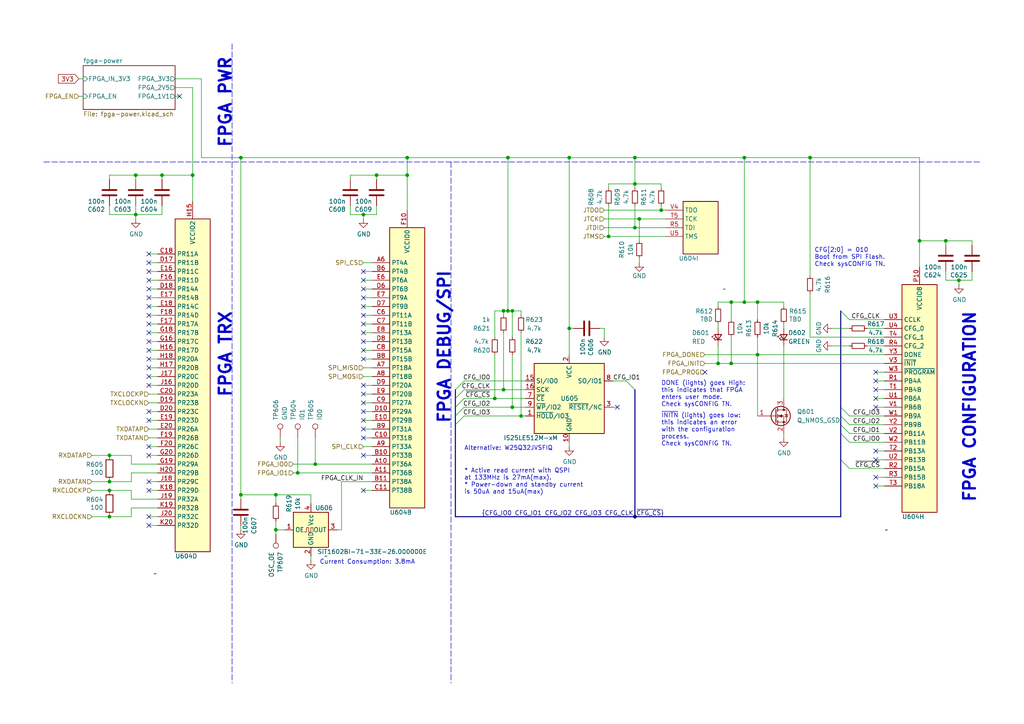
<source format=kicad_sch>
(kicad_sch (version 20211123) (generator eeschema)

  (uuid e6861313-0042-44a8-a0bd-deae1d0fda2f)

  (paper "A4")

  

  (junction (at 39.37 62.23) (diameter 0) (color 0 0 0 0)
    (uuid 09ff8530-714c-45c9-8c7a-26c93d48c5d9)
  )
  (junction (at 118.11 50.8) (diameter 0) (color 0 0 0 0)
    (uuid 0b0331f0-ad6e-45d6-b767-0f62f575797e)
  )
  (junction (at 31.75 132.08) (diameter 0) (color 0 0 0 0)
    (uuid 0d486e1b-ec2a-4c13-b68c-5a8bc7fbed29)
  )
  (junction (at 212.09 87.63) (diameter 0) (color 0 0 0 0)
    (uuid 175a04b6-29eb-4bba-9e0a-ea2dc8a0d5c6)
  )
  (junction (at 147.32 90.17) (diameter 0) (color 0 0 0 0)
    (uuid 2167914f-5a09-48d1-bf16-0d85b2aaceb9)
  )
  (junction (at 215.9 87.63) (diameter 0) (color 0 0 0 0)
    (uuid 241141d8-eefb-4ed3-afda-7ac5b7738674)
  )
  (junction (at 31.75 142.24) (diameter 0) (color 0 0 0 0)
    (uuid 29c84d61-59a9-4bce-97ae-96a4ad953873)
  )
  (junction (at 143.51 115.57) (diameter 0) (color 0 0 0 0)
    (uuid 2d2b0ba7-c42a-4ac0-aaa7-6cfe551f55da)
  )
  (junction (at 165.1 95.25) (diameter 0) (color 0 0 0 0)
    (uuid 32044e18-85d1-4706-8be5-fb03a25cd02b)
  )
  (junction (at 184.15 45.72) (diameter 0) (color 0 0 0 0)
    (uuid 324e688a-1843-4d60-88cb-75de623baa87)
  )
  (junction (at 148.59 118.11) (diameter 0) (color 0 0 0 0)
    (uuid 356144dc-a0fe-4fdc-8eb3-888b5b3a8703)
  )
  (junction (at 80.01 143.51) (diameter 0) (color 0 0 0 0)
    (uuid 392d2075-8af3-405f-aa66-719b5a8b3345)
  )
  (junction (at 184.15 53.34) (diameter 0) (color 0 0 0 0)
    (uuid 3b8b8703-9053-44ea-a92f-4d0312c39d01)
  )
  (junction (at 69.85 143.51) (diameter 0) (color 0 0 0 0)
    (uuid 3e9126e9-870f-46f4-88af-ab6b54b7d9d4)
  )
  (junction (at 147.32 45.72) (diameter 0) (color 0 0 0 0)
    (uuid 427d6d42-73ac-429e-beec-8a00fbbc3672)
  )
  (junction (at 151.13 120.65) (diameter 0) (color 0 0 0 0)
    (uuid 46a8550f-d8e2-43f8-8d59-e9d4f2664656)
  )
  (junction (at 55.88 50.8) (diameter 0) (color 0 0 0 0)
    (uuid 4715e7b9-561c-433a-a8f4-013152e129cb)
  )
  (junction (at 184.15 149.86) (diameter 0) (color 0 0 0 0)
    (uuid 4881581d-dd9d-4882-93df-984b5b3f8000)
  )
  (junction (at 80.01 153.67) (diameter 0) (color 0 0 0 0)
    (uuid 4d819a31-f9aa-4662-a958-7d3cc3434aa9)
  )
  (junction (at 46.99 50.8) (diameter 0) (color 0 0 0 0)
    (uuid 53809074-8db8-4e18-a150-120940309410)
  )
  (junction (at 191.77 60.96) (diameter 0) (color 0 0 0 0)
    (uuid 60b9792a-cb51-4b9a-8bbb-65b72527665d)
  )
  (junction (at 266.7 69.85) (diameter 0) (color 0 0 0 0)
    (uuid 667c348a-d139-4b04-acb5-5645964ed3b9)
  )
  (junction (at 31.75 139.7) (diameter 0) (color 0 0 0 0)
    (uuid 7d551cc8-80c5-40d0-a988-3a7d0922c903)
  )
  (junction (at 146.05 90.17) (diameter 0) (color 0 0 0 0)
    (uuid 7e1fc2da-0376-4ca7-84ae-1285de9a59db)
  )
  (junction (at 212.09 105.41) (diameter 0) (color 0 0 0 0)
    (uuid 811cd69f-4dd8-47a7-a303-0ca36cee248f)
  )
  (junction (at 105.41 62.23) (diameter 0) (color 0 0 0 0)
    (uuid 82494344-2f2c-4de0-a7fd-72a6a0647225)
  )
  (junction (at 176.53 68.58) (diameter 0) (color 0 0 0 0)
    (uuid 8a5d9b85-7762-4fea-840d-0540048f2180)
  )
  (junction (at 234.95 45.72) (diameter 0) (color 0 0 0 0)
    (uuid 8ab6a98d-3da8-4eae-b246-010cfaacbb09)
  )
  (junction (at 278.13 81.28) (diameter 0) (color 0 0 0 0)
    (uuid 8c315a62-8d5b-41dc-9589-396ebc61c194)
  )
  (junction (at 39.37 50.8) (diameter 0) (color 0 0 0 0)
    (uuid 900f2a37-e72f-479b-816d-6716ba4b9f27)
  )
  (junction (at 31.75 149.86) (diameter 0) (color 0 0 0 0)
    (uuid 9d835ca6-eab2-430e-8507-201b163d4a71)
  )
  (junction (at 274.32 69.85) (diameter 0) (color 0 0 0 0)
    (uuid 9e618698-f1bc-4f78-9b97-92aace28e15f)
  )
  (junction (at 86.36 137.16) (diameter 0) (color 0 0 0 0)
    (uuid a844a060-e560-4c5a-af7b-0b1046e597fb)
  )
  (junction (at 219.71 102.87) (diameter 0) (color 0 0 0 0)
    (uuid aa77a0ad-aac3-4734-9015-ed94cd1af9fe)
  )
  (junction (at 69.85 45.72) (diameter 0) (color 0 0 0 0)
    (uuid b1287f0b-15dc-4aff-95ca-f8f6761735fc)
  )
  (junction (at 146.05 113.03) (diameter 0) (color 0 0 0 0)
    (uuid b3b4c6a7-8aed-449d-a3f9-7a1bcb3e39ce)
  )
  (junction (at 215.9 45.72) (diameter 0) (color 0 0 0 0)
    (uuid bed2f8e2-b64f-4424-97ef-13e997f59ce2)
  )
  (junction (at 219.71 87.63) (diameter 0) (color 0 0 0 0)
    (uuid caf935bd-1e71-41ca-84e2-5c51f56be8a2)
  )
  (junction (at 208.28 105.41) (diameter 0) (color 0 0 0 0)
    (uuid cd7a2132-bd59-4811-9e89-d10c1bfed2df)
  )
  (junction (at 185.42 63.5) (diameter 0) (color 0 0 0 0)
    (uuid dd70b6df-d559-40a7-bc3b-c233ac555e02)
  )
  (junction (at 148.59 90.17) (diameter 0) (color 0 0 0 0)
    (uuid e8355d78-9231-436c-951b-14a714174e3a)
  )
  (junction (at 91.44 134.62) (diameter 0) (color 0 0 0 0)
    (uuid f5d947e0-1a40-4be1-b537-55484539f42b)
  )
  (junction (at 165.1 45.72) (diameter 0) (color 0 0 0 0)
    (uuid f6140a48-676c-466c-892d-90e0c1252456)
  )
  (junction (at 109.22 50.8) (diameter 0) (color 0 0 0 0)
    (uuid f6e24a42-e21b-4472-a53f-0c68bf5b725c)
  )
  (junction (at 118.11 45.72) (diameter 0) (color 0 0 0 0)
    (uuid fcce69bc-33c3-4996-ba5b-c1eda94e7634)
  )
  (junction (at 184.15 66.04) (diameter 0) (color 0 0 0 0)
    (uuid fdb404c9-5607-4f4e-961f-aaa1814b16ca)
  )

  (no_connect (at 43.18 76.2) (uuid 0087fb22-ba0c-4acc-b8bc-9fdd9623d4bf))
  (no_connect (at 43.18 129.54) (uuid 092bc9ec-e3c7-4eae-b7f7-77b94e386478))
  (no_connect (at 43.18 109.22) (uuid 0d616157-6bdf-45aa-bced-1021f97957e2))
  (no_connect (at 43.18 101.6) (uuid 0d616157-6bdf-45aa-bced-1021f97957e3))
  (no_connect (at 43.18 104.14) (uuid 0d616157-6bdf-45aa-bced-1021f97957e4))
  (no_connect (at 43.18 106.68) (uuid 0d616157-6bdf-45aa-bced-1021f97957e5))
  (no_connect (at 179.07 118.11) (uuid 0d97e9cd-c31a-4ad5-a968-c012e35fc182))
  (no_connect (at 105.41 81.28) (uuid 12bb232f-8d44-416d-9f9a-c3817e1f9a82))
  (no_connect (at 105.41 132.08) (uuid 17062b70-c549-4bcd-b5f3-6b5f30bea7aa))
  (no_connect (at 105.41 91.44) (uuid 1856bedc-4340-4752-b096-e6d8f5bcf31b))
  (no_connect (at 105.41 78.74) (uuid 1b346ad8-49c1-4d9a-9e92-c03d189ee1dd))
  (no_connect (at 43.18 139.7) (uuid 20d1812c-cd35-4c64-908b-bbd37c456360))
  (no_connect (at 105.41 86.36) (uuid 20d359e1-1836-4cbc-af2f-3630566df0d0))
  (no_connect (at 43.18 142.24) (uuid 27d1c3c8-1813-43b9-877b-d67d9b61a694))
  (no_connect (at 105.41 104.14) (uuid 2f4cdc79-030c-4165-a024-a7947d41e2fa))
  (no_connect (at 105.41 111.76) (uuid 39110e7c-525d-47be-9ab5-6a9c05261880))
  (no_connect (at 43.18 149.86) (uuid 39507dbc-d91c-4e92-a89e-2259b7223eca))
  (no_connect (at 43.18 83.82) (uuid 3edb3167-e45b-49a4-a46e-0c3b66c8794c))
  (no_connect (at 254 133.35) (uuid 44d1208f-3dab-4b1f-a881-04d6516bd03a))
  (no_connect (at 43.18 93.98) (uuid 469a0a3e-9e33-4569-a802-6a64c4500215))
  (no_connect (at 52.07 27.94) (uuid 49c17cab-2f59-45a5-8f27-04f7798c434e))
  (no_connect (at 105.41 116.84) (uuid 532043c0-7b92-4671-9c04-5a267bef43fd))
  (no_connect (at 204.47 107.95) (uuid 5cef7952-c5d9-4b64-8654-67db4abb18c3))
  (no_connect (at 105.41 124.46) (uuid 5d18cfa1-cd09-446a-be68-ac5734008cfe))
  (no_connect (at 254 110.49) (uuid 5f980097-c3af-4712-b759-d76150575b23))
  (no_connect (at 105.41 114.3) (uuid 61a081bd-8501-47d3-bd39-7d1a0c21cff0))
  (no_connect (at 43.18 81.28) (uuid 65ec770c-f207-4c98-84df-4fface0e5735))
  (no_connect (at 254 107.95) (uuid 74de4f60-8e78-40c1-a3fb-3b6879fff038))
  (no_connect (at 43.18 152.4) (uuid 7a9ccfdf-f203-42e3-a246-c7952ed42301))
  (no_connect (at 105.41 119.38) (uuid 7c2c06b3-79e4-4293-931d-2fa96c3a5eb8))
  (no_connect (at 43.18 88.9) (uuid 8511434d-1111-416b-b59e-7f7fab3537d6))
  (no_connect (at 43.18 86.36) (uuid 878ae374-4f73-4474-bde8-ea148af29188))
  (no_connect (at 254 130.81) (uuid 8fd6b421-fd42-4b9c-9ec5-7fe6ad287c38))
  (no_connect (at 43.18 96.52) (uuid 952ad99e-d3ed-4ada-99ce-e2c704402aab))
  (no_connect (at 105.41 99.06) (uuid 9eb7170b-3da1-457a-910a-997869bded1a))
  (no_connect (at 43.18 73.66) (uuid 9ec70d98-75ce-4ab7-9e1f-60ef736cb193))
  (no_connect (at 105.41 96.52) (uuid a00238f5-72d6-40e7-b73e-3ffd08ceee7e))
  (no_connect (at 105.41 121.92) (uuid a0a81c39-62ab-483b-92e8-438842cf19fc))
  (no_connect (at 43.18 91.44) (uuid a5f92b36-b8f4-4a10-90da-5695567ef3ec))
  (no_connect (at 105.41 83.82) (uuid b1011abf-258e-4cab-a44d-332b4651c3f5))
  (no_connect (at 254 115.57) (uuid be7de968-33ef-4f91-8b12-f0d3a2050b4c))
  (no_connect (at 105.41 93.98) (uuid c5674969-13d8-40d2-99ca-df9adcd5445d))
  (no_connect (at 105.41 127) (uuid c6c4013d-3700-4ed7-9261-acfb9c8eeaa7))
  (no_connect (at 105.41 88.9) (uuid cdd6a1ea-c980-432f-ae87-d2e371cec527))
  (no_connect (at 43.18 121.92) (uuid d2a1dfde-6514-44a0-868d-aeae5393d2b9))
  (no_connect (at 254 138.43) (uuid d5984c9f-d7d6-4880-9ccf-8cd0f0739db2))
  (no_connect (at 43.18 99.06) (uuid d6e25b57-4f73-4a9e-96e1-2afe3109a444))
  (no_connect (at 254 113.03) (uuid dc7a756e-09f4-4e54-84a6-91b102dbd2de))
  (no_connect (at 254 118.11) (uuid e08881a7-ea9c-46a7-bd76-7c0809750c00))
  (no_connect (at 43.18 78.74) (uuid e3394ed9-1c21-4e5c-bcea-5e971d8a7cf7))
  (no_connect (at 254 140.97) (uuid ede8c8b8-df9b-4773-bea5-99eda1e39312))
  (no_connect (at 105.41 142.24) (uuid f3e9a2b1-bb51-4ad1-8079-e7d788831e63))
  (no_connect (at 43.18 119.38) (uuid f5ab30bd-8933-4d63-90be-5a945f7dcc81))
  (no_connect (at 43.18 132.08) (uuid f62364e9-06e8-4878-a9f6-c9fb562d98a1))
  (no_connect (at 43.18 111.76) (uuid f76de2de-56c9-4236-84f0-f5b7fc28e87a))
  (no_connect (at 105.41 101.6) (uuid fdcc1581-186c-4c19-b4e5-135f15587d55))

  (bus_entry (at 243.84 123.19) (size 2.54 2.54)
    (stroke (width 0) (type default) (color 0 0 0 0))
    (uuid 1298f126-2352-48f2-825f-de17742fc4db)
  )
  (bus_entry (at 132.08 123.19) (size 2.54 -2.54)
    (stroke (width 0) (type default) (color 0 0 0 0))
    (uuid 23b51995-fe23-4d97-a066-5f4147818f87)
  )
  (bus_entry (at 181.61 110.49) (size 2.54 2.54)
    (stroke (width 0) (type default) (color 0 0 0 0))
    (uuid 665861bb-3c85-43bc-9dc7-9c72219f317e)
  )
  (bus_entry (at 243.84 125.73) (size 2.54 2.54)
    (stroke (width 0) (type default) (color 0 0 0 0))
    (uuid 75a9480d-8ac3-41df-9f4f-5d9ed7a1782e)
  )
  (bus_entry (at 132.08 120.65) (size 2.54 -2.54)
    (stroke (width 0) (type default) (color 0 0 0 0))
    (uuid 785dddf9-3cf0-4e85-8632-1a314bbc34b2)
  )
  (bus_entry (at 243.84 118.11) (size 2.54 2.54)
    (stroke (width 0) (type default) (color 0 0 0 0))
    (uuid 8ce16e23-12f4-46be-951f-c046f1bd3479)
  )
  (bus_entry (at 243.84 120.65) (size 2.54 2.54)
    (stroke (width 0) (type default) (color 0 0 0 0))
    (uuid ae509cef-b2d4-4701-bd39-f4d022ead86d)
  )
  (bus_entry (at 132.08 115.57) (size 2.54 -2.54)
    (stroke (width 0) (type default) (color 0 0 0 0))
    (uuid cc888799-c0b4-4c79-87f8-a4a62f5d81d0)
  )
  (bus_entry (at 132.08 118.11) (size 2.54 -2.54)
    (stroke (width 0) (type default) (color 0 0 0 0))
    (uuid cc888799-c0b4-4c79-87f8-a4a62f5d81d1)
  )
  (bus_entry (at 134.62 110.49) (size -2.54 2.54)
    (stroke (width 0) (type default) (color 0 0 0 0))
    (uuid cc888799-c0b4-4c79-87f8-a4a62f5d81d2)
  )
  (bus_entry (at 243.84 133.35) (size 2.54 2.54)
    (stroke (width 0) (type default) (color 0 0 0 0))
    (uuid dbd2f208-6165-4a10-afab-a9eb941486a4)
  )
  (bus_entry (at 243.84 90.17) (size 2.54 2.54)
    (stroke (width 0) (type default) (color 0 0 0 0))
    (uuid fe7571cb-0e18-4010-9006-7209546aee72)
  )

  (wire (pts (xy 143.51 90.17) (xy 146.05 90.17))
    (stroke (width 0) (type default) (color 0 0 0 0))
    (uuid 004572a2-cdee-437c-98e3-9ad360cf1cbc)
  )
  (wire (pts (xy 165.1 95.25) (xy 166.37 95.25))
    (stroke (width 0) (type default) (color 0 0 0 0))
    (uuid 007a2dd6-2206-470e-8f15-efafeccccf3a)
  )
  (wire (pts (xy 26.67 142.24) (xy 31.75 142.24))
    (stroke (width 0) (type default) (color 0 0 0 0))
    (uuid 03637e18-e11c-4b9f-90f4-25e02d3e8f6b)
  )
  (wire (pts (xy 58.42 45.72) (xy 69.85 45.72))
    (stroke (width 0) (type default) (color 0 0 0 0))
    (uuid 03ca64f5-fcd4-41ff-8045-c5237b295620)
  )
  (wire (pts (xy 234.95 45.72) (xy 266.7 45.72))
    (stroke (width 0) (type default) (color 0 0 0 0))
    (uuid 04033699-6db0-441b-8bf7-eec0c4b3b674)
  )
  (wire (pts (xy 246.38 120.65) (xy 256.54 120.65))
    (stroke (width 0) (type default) (color 0 0 0 0))
    (uuid 04e1fb0d-fb90-4b59-8c10-a2e6b65a5e0f)
  )
  (wire (pts (xy 151.13 120.65) (xy 152.4 120.65))
    (stroke (width 0) (type default) (color 0 0 0 0))
    (uuid 087f3e61-a694-429a-942e-af258b4acc4b)
  )
  (wire (pts (xy 105.41 106.68) (xy 107.95 106.68))
    (stroke (width 0) (type default) (color 0 0 0 0))
    (uuid 09033c23-8490-4e5c-b958-1ecb82045303)
  )
  (wire (pts (xy 26.67 132.08) (xy 31.75 132.08))
    (stroke (width 0) (type default) (color 0 0 0 0))
    (uuid 0923fc8c-f40c-4491-87fe-a32c6de91bcd)
  )
  (wire (pts (xy 227.33 87.63) (xy 219.71 87.63))
    (stroke (width 0) (type default) (color 0 0 0 0))
    (uuid 098da118-9076-4855-b433-1fb81c3b9831)
  )
  (wire (pts (xy 251.46 95.25) (xy 256.54 95.25))
    (stroke (width 0) (type default) (color 0 0 0 0))
    (uuid 0a0efa78-3dbd-44e2-9cac-bbbc1514cb4a)
  )
  (wire (pts (xy 175.26 95.25) (xy 175.26 97.79))
    (stroke (width 0) (type default) (color 0 0 0 0))
    (uuid 0a428af4-d960-4f7c-a083-504057c1e819)
  )
  (wire (pts (xy 191.77 59.69) (xy 191.77 60.96))
    (stroke (width 0) (type default) (color 0 0 0 0))
    (uuid 0d2a10ee-921c-42f5-83bb-425e3bc88b08)
  )
  (wire (pts (xy 90.17 161.29) (xy 90.17 162.56))
    (stroke (width 0) (type default) (color 0 0 0 0))
    (uuid 0dfd3030-be04-4d31-ab7a-5e9d80308efc)
  )
  (wire (pts (xy 151.13 96.52) (xy 151.13 120.65))
    (stroke (width 0) (type default) (color 0 0 0 0))
    (uuid 0e475c27-688f-4e55-a388-4c84998966b4)
  )
  (wire (pts (xy 148.59 90.17) (xy 148.59 97.79))
    (stroke (width 0) (type default) (color 0 0 0 0))
    (uuid 1009300d-42de-4eaf-a1fc-7e7cc83e100e)
  )
  (wire (pts (xy 254 138.43) (xy 256.54 138.43))
    (stroke (width 0) (type default) (color 0 0 0 0))
    (uuid 10b73343-3a3a-4377-b401-04c4334fea4e)
  )
  (wire (pts (xy 80.01 143.51) (xy 80.01 146.05))
    (stroke (width 0) (type default) (color 0 0 0 0))
    (uuid 116f0b71-d5d7-4690-a677-68fa8ebbc7ce)
  )
  (wire (pts (xy 43.18 149.86) (xy 45.72 149.86))
    (stroke (width 0) (type default) (color 0 0 0 0))
    (uuid 12236ce1-b1d9-4ab2-93b0-cfa25b714ba6)
  )
  (wire (pts (xy 143.51 102.87) (xy 143.51 115.57))
    (stroke (width 0) (type default) (color 0 0 0 0))
    (uuid 13243781-03ed-4d12-a9a8-6da3fcf0eca3)
  )
  (wire (pts (xy 208.28 105.41) (xy 212.09 105.41))
    (stroke (width 0) (type default) (color 0 0 0 0))
    (uuid 148914fb-24cd-4620-8dcf-48009551ad5c)
  )
  (wire (pts (xy 227.33 100.33) (xy 227.33 115.57))
    (stroke (width 0) (type default) (color 0 0 0 0))
    (uuid 14e5c329-6fc9-49e6-8c2c-39adc3fa7bae)
  )
  (wire (pts (xy 212.09 97.79) (xy 212.09 105.41))
    (stroke (width 0) (type default) (color 0 0 0 0))
    (uuid 1512b437-e608-480d-9216-180d37bc381d)
  )
  (wire (pts (xy 43.18 152.4) (xy 45.72 152.4))
    (stroke (width 0) (type default) (color 0 0 0 0))
    (uuid 159cc0ef-92d5-45e7-a973-60f5f57578cc)
  )
  (wire (pts (xy 105.41 83.82) (xy 107.95 83.82))
    (stroke (width 0) (type default) (color 0 0 0 0))
    (uuid 15e11933-fc6e-47fb-9c0b-3a3f0e3fabd8)
  )
  (wire (pts (xy 148.59 90.17) (xy 151.13 90.17))
    (stroke (width 0) (type default) (color 0 0 0 0))
    (uuid 16997efe-d53a-4fcd-afb3-868fdf235c7c)
  )
  (wire (pts (xy 212.09 87.63) (xy 215.9 87.63))
    (stroke (width 0) (type default) (color 0 0 0 0))
    (uuid 190a3cc4-def8-4206-ab90-d00b9e7eaadf)
  )
  (wire (pts (xy 39.37 50.8) (xy 46.99 50.8))
    (stroke (width 0) (type default) (color 0 0 0 0))
    (uuid 1955165a-75cf-47a6-b491-2fe60f45fd8e)
  )
  (wire (pts (xy 45.72 147.32) (xy 38.1 147.32))
    (stroke (width 0) (type default) (color 0 0 0 0))
    (uuid 1a58cf29-d961-4692-a0a1-d632ea4c6ab7)
  )
  (wire (pts (xy 69.85 143.51) (xy 80.01 143.51))
    (stroke (width 0) (type default) (color 0 0 0 0))
    (uuid 1b08048a-8695-4a55-aeff-ae75b2db373e)
  )
  (wire (pts (xy 50.8 27.94) (xy 52.07 27.94))
    (stroke (width 0) (type default) (color 0 0 0 0))
    (uuid 1e08d905-d120-40a6-98f0-75d56781aa6f)
  )
  (wire (pts (xy 43.18 106.68) (xy 45.72 106.68))
    (stroke (width 0) (type default) (color 0 0 0 0))
    (uuid 1e83acf9-f875-442b-9af7-7d56c2f6388b)
  )
  (wire (pts (xy 91.44 134.62) (xy 107.95 134.62))
    (stroke (width 0) (type default) (color 0 0 0 0))
    (uuid 1eff1ed2-3407-4e16-a777-f548c8802211)
  )
  (wire (pts (xy 43.18 109.22) (xy 45.72 109.22))
    (stroke (width 0) (type default) (color 0 0 0 0))
    (uuid 1f5bbee2-ceb8-4588-b96b-14e47354993f)
  )
  (wire (pts (xy 165.1 45.72) (xy 184.15 45.72))
    (stroke (width 0) (type default) (color 0 0 0 0))
    (uuid 222c0ba0-0eb0-4273-8439-d44208352ea3)
  )
  (bus (pts (xy 243.84 90.17) (xy 243.84 118.11))
    (stroke (width 0) (type default) (color 0 0 0 0))
    (uuid 233be75f-73b3-47e3-86d1-845f2f10765f)
  )

  (wire (pts (xy 146.05 96.52) (xy 146.05 113.03))
    (stroke (width 0) (type default) (color 0 0 0 0))
    (uuid 25e0f15f-aef0-4561-a370-f9a3d566c529)
  )
  (wire (pts (xy 266.7 69.85) (xy 266.7 45.72))
    (stroke (width 0) (type default) (color 0 0 0 0))
    (uuid 27873c90-4920-48c8-a690-1e919b1753f2)
  )
  (wire (pts (xy 86.36 137.16) (xy 107.95 137.16))
    (stroke (width 0) (type default) (color 0 0 0 0))
    (uuid 2912bb80-8cb2-4697-a185-857c1b03cab6)
  )
  (wire (pts (xy 175.26 63.5) (xy 185.42 63.5))
    (stroke (width 0) (type default) (color 0 0 0 0))
    (uuid 2a4b1e98-fde2-4927-b091-cc26709e525f)
  )
  (wire (pts (xy 105.41 142.24) (xy 107.95 142.24))
    (stroke (width 0) (type default) (color 0 0 0 0))
    (uuid 2a5a3e3b-3755-4ab0-bb6a-c2d439116020)
  )
  (wire (pts (xy 173.99 95.25) (xy 175.26 95.25))
    (stroke (width 0) (type default) (color 0 0 0 0))
    (uuid 2b5fd026-7c5e-4b3a-84fd-1a48213683b9)
  )
  (wire (pts (xy 105.41 101.6) (xy 107.95 101.6))
    (stroke (width 0) (type default) (color 0 0 0 0))
    (uuid 2ba91107-8e94-4a22-9b34-e412192b425b)
  )
  (wire (pts (xy 105.41 129.54) (xy 107.95 129.54))
    (stroke (width 0) (type default) (color 0 0 0 0))
    (uuid 2c183096-1d91-4e5e-933c-2e61988f56c9)
  )
  (wire (pts (xy 254 110.49) (xy 256.54 110.49))
    (stroke (width 0) (type default) (color 0 0 0 0))
    (uuid 2c78c33e-9c1d-4ef7-bd13-b36abcb46a21)
  )
  (wire (pts (xy 38.1 137.16) (xy 45.72 137.16))
    (stroke (width 0) (type default) (color 0 0 0 0))
    (uuid 303eed21-ede8-45c4-8669-819bec03ed63)
  )
  (wire (pts (xy 274.32 81.28) (xy 278.13 81.28))
    (stroke (width 0) (type default) (color 0 0 0 0))
    (uuid 30669abb-07b0-430f-a95b-e9a82109647c)
  )
  (wire (pts (xy 134.62 120.65) (xy 151.13 120.65))
    (stroke (width 0) (type default) (color 0 0 0 0))
    (uuid 3138000d-5110-4977-8c17-49d59c01bc07)
  )
  (wire (pts (xy 109.22 50.8) (xy 118.11 50.8))
    (stroke (width 0) (type default) (color 0 0 0 0))
    (uuid 32d07093-a967-4967-af33-7a386eb02e07)
  )
  (wire (pts (xy 55.88 50.8) (xy 55.88 58.42))
    (stroke (width 0) (type default) (color 0 0 0 0))
    (uuid 33731c12-030f-41b4-a5e7-1f2fe04ff187)
  )
  (wire (pts (xy 90.17 143.51) (xy 90.17 146.05))
    (stroke (width 0) (type default) (color 0 0 0 0))
    (uuid 337a187f-8cb5-4e1c-b983-5a07988e10ac)
  )
  (wire (pts (xy 177.8 118.11) (xy 179.07 118.11))
    (stroke (width 0) (type default) (color 0 0 0 0))
    (uuid 33a7dd22-d797-4de2-ac8e-8fc858d38c2f)
  )
  (wire (pts (xy 43.18 132.08) (xy 45.72 132.08))
    (stroke (width 0) (type default) (color 0 0 0 0))
    (uuid 3627952c-2687-4ccf-8e27-33ef308c544d)
  )
  (wire (pts (xy 39.37 50.8) (xy 39.37 52.07))
    (stroke (width 0) (type default) (color 0 0 0 0))
    (uuid 377ca77d-fbb8-48f8-af52-92e52b18c916)
  )
  (wire (pts (xy 208.28 93.98) (xy 208.28 95.25))
    (stroke (width 0) (type default) (color 0 0 0 0))
    (uuid 38c85382-09ad-4577-a706-2fe3f56156f3)
  )
  (wire (pts (xy 191.77 53.34) (xy 191.77 54.61))
    (stroke (width 0) (type default) (color 0 0 0 0))
    (uuid 3921a141-d594-4e5d-b607-2e3ed30a4534)
  )
  (wire (pts (xy 148.59 102.87) (xy 148.59 118.11))
    (stroke (width 0) (type default) (color 0 0 0 0))
    (uuid 3ba20d79-511f-495e-95e8-db41a1710c12)
  )
  (wire (pts (xy 219.71 102.87) (xy 256.54 102.87))
    (stroke (width 0) (type default) (color 0 0 0 0))
    (uuid 3e0dffa9-b3d3-4400-957b-783269ff3979)
  )
  (wire (pts (xy 43.18 124.46) (xy 45.72 124.46))
    (stroke (width 0) (type default) (color 0 0 0 0))
    (uuid 3e677a65-e76a-4a55-b688-95c9eef3cde1)
  )
  (wire (pts (xy 227.33 93.98) (xy 227.33 95.25))
    (stroke (width 0) (type default) (color 0 0 0 0))
    (uuid 3fb7bd7c-60e9-40e2-bd50-9e1d82dcb749)
  )
  (wire (pts (xy 22.86 22.86) (xy 24.13 22.86))
    (stroke (width 0) (type default) (color 0 0 0 0))
    (uuid 412ac4b5-6f1b-4c4a-ad9b-00723f96fd03)
  )
  (wire (pts (xy 43.18 104.14) (xy 45.72 104.14))
    (stroke (width 0) (type default) (color 0 0 0 0))
    (uuid 41fc4511-ad21-4276-8888-4e4c322e3b3e)
  )
  (wire (pts (xy 101.6 62.23) (xy 105.41 62.23))
    (stroke (width 0) (type default) (color 0 0 0 0))
    (uuid 424d5235-9db5-421b-bfb0-9ef93ce6801c)
  )
  (wire (pts (xy 43.18 88.9) (xy 45.72 88.9))
    (stroke (width 0) (type default) (color 0 0 0 0))
    (uuid 425e667d-5b03-4bed-84d4-639d89cc60fb)
  )
  (wire (pts (xy 26.67 139.7) (xy 31.75 139.7))
    (stroke (width 0) (type default) (color 0 0 0 0))
    (uuid 42b84440-61ab-4c77-8a15-d8d2fbc938e8)
  )
  (bus (pts (xy 243.84 123.19) (xy 243.84 125.73))
    (stroke (width 0) (type default) (color 0 0 0 0))
    (uuid 441ac8c6-66b9-4f55-b9c2-b9a74faec4ef)
  )

  (wire (pts (xy 46.99 59.69) (xy 46.99 62.23))
    (stroke (width 0) (type default) (color 0 0 0 0))
    (uuid 458adace-cc29-4365-943e-0f083f0a4223)
  )
  (wire (pts (xy 204.47 102.87) (xy 219.71 102.87))
    (stroke (width 0) (type default) (color 0 0 0 0))
    (uuid 4603a4f0-8cd6-47ce-83a8-696ac92373e1)
  )
  (wire (pts (xy 254 140.97) (xy 256.54 140.97))
    (stroke (width 0) (type default) (color 0 0 0 0))
    (uuid 4683f639-96fd-4fbc-b6a0-62988337235e)
  )
  (wire (pts (xy 165.1 45.72) (xy 165.1 95.25))
    (stroke (width 0) (type default) (color 0 0 0 0))
    (uuid 46cac4e4-e70e-487a-93c1-854b1bc6281f)
  )
  (wire (pts (xy 176.53 59.69) (xy 176.53 68.58))
    (stroke (width 0) (type default) (color 0 0 0 0))
    (uuid 47d6ed4a-f75e-4902-a9ba-513872e26a4f)
  )
  (bus (pts (xy 132.08 120.65) (xy 132.08 123.19))
    (stroke (width 0) (type default) (color 0 0 0 0))
    (uuid 492cd1a9-4a0d-4e59-a2be-bb74511cf978)
  )

  (wire (pts (xy 91.44 127) (xy 91.44 134.62))
    (stroke (width 0) (type default) (color 0 0 0 0))
    (uuid 49420fa1-139d-4750-b447-7b401b61654c)
  )
  (polyline (pts (xy 67.31 12.7) (xy 67.31 46.99))
    (stroke (width 0) (type default) (color 0 0 0 0))
    (uuid 4a9b5a59-c932-43a1-9a00-b4199083b74a)
  )

  (wire (pts (xy 146.05 113.03) (xy 152.4 113.03))
    (stroke (width 0) (type default) (color 0 0 0 0))
    (uuid 4c227bf5-d651-4878-bf32-55d4e2d73903)
  )
  (wire (pts (xy 50.8 22.86) (xy 58.42 22.86))
    (stroke (width 0) (type default) (color 0 0 0 0))
    (uuid 4d33b621-2968-49ce-a815-316fd44ae76b)
  )
  (wire (pts (xy 175.26 66.04) (xy 184.15 66.04))
    (stroke (width 0) (type default) (color 0 0 0 0))
    (uuid 4d5e4fb8-0bfe-4998-a74b-69f8123087db)
  )
  (wire (pts (xy 246.38 135.89) (xy 256.54 135.89))
    (stroke (width 0) (type default) (color 0 0 0 0))
    (uuid 4d656316-6b2c-40ae-b2fc-9a4732277fde)
  )
  (wire (pts (xy 185.42 63.5) (xy 185.42 69.85))
    (stroke (width 0) (type default) (color 0 0 0 0))
    (uuid 4e135e62-908f-4c73-b16d-09681378a03a)
  )
  (wire (pts (xy 38.1 149.86) (xy 31.75 149.86))
    (stroke (width 0) (type default) (color 0 0 0 0))
    (uuid 4e6687f8-4652-4247-a7d1-669d6a4080c8)
  )
  (wire (pts (xy 246.38 92.71) (xy 256.54 92.71))
    (stroke (width 0) (type default) (color 0 0 0 0))
    (uuid 4ebf0ab5-6cd6-4fcd-aa91-b4f2346fdc15)
  )
  (wire (pts (xy 134.62 115.57) (xy 143.51 115.57))
    (stroke (width 0) (type default) (color 0 0 0 0))
    (uuid 506d69f6-45c3-440c-8450-7d80b2b6fc1c)
  )
  (wire (pts (xy 85.09 137.16) (xy 86.36 137.16))
    (stroke (width 0) (type default) (color 0 0 0 0))
    (uuid 512f3d52-96a9-4eb7-8cf3-127311d0d270)
  )
  (wire (pts (xy 227.33 125.73) (xy 227.33 127))
    (stroke (width 0) (type default) (color 0 0 0 0))
    (uuid 5220e5ac-741a-4254-905e-ca28c340aee4)
  )
  (wire (pts (xy 109.22 50.8) (xy 109.22 52.07))
    (stroke (width 0) (type default) (color 0 0 0 0))
    (uuid 5371f802-96c9-492a-89d9-fb9d55c8c0ab)
  )
  (wire (pts (xy 208.28 87.63) (xy 212.09 87.63))
    (stroke (width 0) (type default) (color 0 0 0 0))
    (uuid 5487b281-7b20-4e21-8a23-7df20f611934)
  )
  (wire (pts (xy 254 130.81) (xy 256.54 130.81))
    (stroke (width 0) (type default) (color 0 0 0 0))
    (uuid 55bb037d-6d63-46e2-a397-7822f8f4f42d)
  )
  (wire (pts (xy 254 107.95) (xy 256.54 107.95))
    (stroke (width 0) (type default) (color 0 0 0 0))
    (uuid 55cc6d71-3a4a-43f7-a367-73a33c7079a8)
  )
  (wire (pts (xy 38.1 132.08) (xy 31.75 132.08))
    (stroke (width 0) (type default) (color 0 0 0 0))
    (uuid 55e4057e-b9e7-42f3-95f5-ea0b6a80ec5f)
  )
  (wire (pts (xy 39.37 62.23) (xy 39.37 59.69))
    (stroke (width 0) (type default) (color 0 0 0 0))
    (uuid 584e719d-84f8-4d1d-8c33-91e89c98c372)
  )
  (wire (pts (xy 208.28 88.9) (xy 208.28 87.63))
    (stroke (width 0) (type default) (color 0 0 0 0))
    (uuid 5957d983-10f6-4dd6-8692-5c2455acbc9b)
  )
  (wire (pts (xy 85.09 134.62) (xy 91.44 134.62))
    (stroke (width 0) (type default) (color 0 0 0 0))
    (uuid 597c5052-2730-4397-9140-1229618fa673)
  )
  (wire (pts (xy 254 133.35) (xy 256.54 133.35))
    (stroke (width 0) (type default) (color 0 0 0 0))
    (uuid 5a125c62-c647-4d14-b1eb-4dc28c0971e0)
  )
  (wire (pts (xy 99.06 139.7) (xy 99.06 153.67))
    (stroke (width 0) (type default) (color 0 0 0 0))
    (uuid 5cc04aae-153f-46c2-9ada-74b847d93476)
  )
  (wire (pts (xy 146.05 90.17) (xy 147.32 90.17))
    (stroke (width 0) (type default) (color 0 0 0 0))
    (uuid 5d284c69-7df9-480e-8932-246761b8606f)
  )
  (wire (pts (xy 55.88 25.4) (xy 55.88 50.8))
    (stroke (width 0) (type default) (color 0 0 0 0))
    (uuid 5d920a56-3efc-4e59-a2a2-c89067b2a3aa)
  )
  (wire (pts (xy 118.11 50.8) (xy 118.11 60.96))
    (stroke (width 0) (type default) (color 0 0 0 0))
    (uuid 5e450ce5-1864-4780-83f0-6d23fab769b3)
  )
  (wire (pts (xy 58.42 22.86) (xy 58.42 45.72))
    (stroke (width 0) (type default) (color 0 0 0 0))
    (uuid 5e764d1f-c49e-400d-95fe-fed89a755113)
  )
  (wire (pts (xy 105.41 119.38) (xy 107.95 119.38))
    (stroke (width 0) (type default) (color 0 0 0 0))
    (uuid 5e7f4ce2-d2f5-4380-8e7b-5660fdfe4130)
  )
  (wire (pts (xy 134.62 113.03) (xy 146.05 113.03))
    (stroke (width 0) (type default) (color 0 0 0 0))
    (uuid 5ef519c5-bcbd-4175-9cab-1c75bf5a49fa)
  )
  (wire (pts (xy 219.71 87.63) (xy 219.71 92.71))
    (stroke (width 0) (type default) (color 0 0 0 0))
    (uuid 5f1a6f6d-9bb9-4f7c-aaa0-28a3940c2937)
  )
  (wire (pts (xy 274.32 69.85) (xy 274.32 71.12))
    (stroke (width 0) (type default) (color 0 0 0 0))
    (uuid 5f3683fc-f62d-485e-93a5-de4a869debec)
  )
  (wire (pts (xy 105.41 96.52) (xy 107.95 96.52))
    (stroke (width 0) (type default) (color 0 0 0 0))
    (uuid 61f5f0a5-fb3d-4f9c-9810-a24cf7092c7e)
  )
  (wire (pts (xy 69.85 143.51) (xy 69.85 45.72))
    (stroke (width 0) (type default) (color 0 0 0 0))
    (uuid 63ddf6a9-97a8-41b9-986f-66947949743d)
  )
  (wire (pts (xy 43.18 142.24) (xy 45.72 142.24))
    (stroke (width 0) (type default) (color 0 0 0 0))
    (uuid 640af0e2-6f44-4a8d-81c1-8f609be63480)
  )
  (wire (pts (xy 208.28 100.33) (xy 208.28 105.41))
    (stroke (width 0) (type default) (color 0 0 0 0))
    (uuid 64220659-947b-480b-8723-ece5201bd3b0)
  )
  (wire (pts (xy 39.37 62.23) (xy 39.37 63.5))
    (stroke (width 0) (type default) (color 0 0 0 0))
    (uuid 648110e5-13ed-4171-930c-735d3b2c55c1)
  )
  (wire (pts (xy 105.41 124.46) (xy 107.95 124.46))
    (stroke (width 0) (type default) (color 0 0 0 0))
    (uuid 65f878e8-ada0-4cae-9fbe-889c143f16e8)
  )
  (wire (pts (xy 101.6 50.8) (xy 101.6 52.07))
    (stroke (width 0) (type default) (color 0 0 0 0))
    (uuid 69d04ece-5b7b-4b5c-90ad-85e53cdf8e3f)
  )
  (wire (pts (xy 105.41 111.76) (xy 107.95 111.76))
    (stroke (width 0) (type default) (color 0 0 0 0))
    (uuid 6ae9b7d0-1bb7-4a28-9102-bddc232ab8ad)
  )
  (wire (pts (xy 109.22 62.23) (xy 105.41 62.23))
    (stroke (width 0) (type default) (color 0 0 0 0))
    (uuid 6baac9dd-c59a-48a0-bc96-e91d67fd7eb0)
  )
  (wire (pts (xy 143.51 97.79) (xy 143.51 90.17))
    (stroke (width 0) (type default) (color 0 0 0 0))
    (uuid 6bb0b621-6e19-42c2-b0ab-732134f2571d)
  )
  (wire (pts (xy 43.18 127) (xy 45.72 127))
    (stroke (width 0) (type default) (color 0 0 0 0))
    (uuid 6c2cf724-61c3-41e7-b18d-49bffd471165)
  )
  (wire (pts (xy 105.41 91.44) (xy 107.95 91.44))
    (stroke (width 0) (type default) (color 0 0 0 0))
    (uuid 6d2191e4-1d00-49f1-aa75-bc900ac20065)
  )
  (wire (pts (xy 185.42 63.5) (xy 193.04 63.5))
    (stroke (width 0) (type default) (color 0 0 0 0))
    (uuid 6dbde7b2-5cc3-4f54-9fa7-8e9e342f5a44)
  )
  (wire (pts (xy 105.41 132.08) (xy 107.95 132.08))
    (stroke (width 0) (type default) (color 0 0 0 0))
    (uuid 6fcc2e15-6a87-43cb-abe4-16b1839e643b)
  )
  (wire (pts (xy 105.41 78.74) (xy 107.95 78.74))
    (stroke (width 0) (type default) (color 0 0 0 0))
    (uuid 70167350-04c0-4297-9380-27d21d105391)
  )
  (wire (pts (xy 43.18 121.92) (xy 45.72 121.92))
    (stroke (width 0) (type default) (color 0 0 0 0))
    (uuid 7032a80e-3fc8-4d3b-bb2c-aeffc3aae4f0)
  )
  (wire (pts (xy 105.41 62.23) (xy 105.41 63.5))
    (stroke (width 0) (type default) (color 0 0 0 0))
    (uuid 703d9c9d-64d4-42a1-8e82-8c05da78cbda)
  )
  (wire (pts (xy 105.41 93.98) (xy 107.95 93.98))
    (stroke (width 0) (type default) (color 0 0 0 0))
    (uuid 70c0de17-ee1a-45e6-a7cf-91cf99389c09)
  )
  (wire (pts (xy 185.42 74.93) (xy 185.42 76.2))
    (stroke (width 0) (type default) (color 0 0 0 0))
    (uuid 71795c7d-c04d-42e2-8fde-c5ca6c2f72b6)
  )
  (wire (pts (xy 43.18 81.28) (xy 45.72 81.28))
    (stroke (width 0) (type default) (color 0 0 0 0))
    (uuid 72494b87-af69-4335-85d7-c0c5df491fc8)
  )
  (wire (pts (xy 69.85 45.72) (xy 118.11 45.72))
    (stroke (width 0) (type default) (color 0 0 0 0))
    (uuid 72758d95-b405-47c5-9122-5a24de7a38f4)
  )
  (wire (pts (xy 204.47 105.41) (xy 208.28 105.41))
    (stroke (width 0) (type default) (color 0 0 0 0))
    (uuid 73f95aeb-8766-4d3d-94f7-d626a0133193)
  )
  (wire (pts (xy 165.1 95.25) (xy 165.1 102.87))
    (stroke (width 0) (type default) (color 0 0 0 0))
    (uuid 7496b5a4-7e4d-481a-aaa5-1d239b10158c)
  )
  (wire (pts (xy 227.33 88.9) (xy 227.33 87.63))
    (stroke (width 0) (type default) (color 0 0 0 0))
    (uuid 7641f242-279d-4500-93d3-ff3ca7cf16ab)
  )
  (wire (pts (xy 266.7 77.47) (xy 266.7 69.85))
    (stroke (width 0) (type default) (color 0 0 0 0))
    (uuid 76ac38f6-aad1-4122-8468-fdc4cdb5ca86)
  )
  (wire (pts (xy 43.18 114.3) (xy 45.72 114.3))
    (stroke (width 0) (type default) (color 0 0 0 0))
    (uuid 77a2e314-bda1-4599-ba9a-16f4f9182f93)
  )
  (wire (pts (xy 146.05 90.17) (xy 146.05 91.44))
    (stroke (width 0) (type default) (color 0 0 0 0))
    (uuid 78d3d432-89f1-4f1a-b28a-f99ec6aaf72f)
  )
  (wire (pts (xy 105.41 121.92) (xy 107.95 121.92))
    (stroke (width 0) (type default) (color 0 0 0 0))
    (uuid 796e096e-e50f-4d57-806d-e76b646a408a)
  )
  (wire (pts (xy 101.6 50.8) (xy 109.22 50.8))
    (stroke (width 0) (type default) (color 0 0 0 0))
    (uuid 7b17da54-28fa-4fca-8390-be79f7ba6b84)
  )
  (wire (pts (xy 147.32 45.72) (xy 165.1 45.72))
    (stroke (width 0) (type default) (color 0 0 0 0))
    (uuid 7bd2071e-075c-4610-b99e-efe8c4802ebc)
  )
  (wire (pts (xy 105.41 99.06) (xy 107.95 99.06))
    (stroke (width 0) (type default) (color 0 0 0 0))
    (uuid 7c29afcd-b1c7-4b0e-9f02-350b448538af)
  )
  (wire (pts (xy 43.18 116.84) (xy 45.72 116.84))
    (stroke (width 0) (type default) (color 0 0 0 0))
    (uuid 7cdd8274-2ad2-4f30-acda-ff65d4dd97cd)
  )
  (wire (pts (xy 31.75 142.24) (xy 38.1 142.24))
    (stroke (width 0) (type default) (color 0 0 0 0))
    (uuid 827a1eaf-2007-4a26-a335-771c51d4dcb9)
  )
  (wire (pts (xy 99.06 153.67) (xy 97.79 153.67))
    (stroke (width 0) (type default) (color 0 0 0 0))
    (uuid 83e24f36-f804-4a69-96dd-fc38e534500b)
  )
  (wire (pts (xy 31.75 139.7) (xy 38.1 139.7))
    (stroke (width 0) (type default) (color 0 0 0 0))
    (uuid 859fe1c5-adb0-4d3d-accd-70281b69be28)
  )
  (wire (pts (xy 148.59 118.11) (xy 152.4 118.11))
    (stroke (width 0) (type default) (color 0 0 0 0))
    (uuid 89f4aa2d-0e20-4d68-93ca-df45eeacdf12)
  )
  (wire (pts (xy 176.53 54.61) (xy 176.53 53.34))
    (stroke (width 0) (type default) (color 0 0 0 0))
    (uuid 8e401732-311e-42bb-84b7-0de5e052151f)
  )
  (wire (pts (xy 251.46 100.33) (xy 256.54 100.33))
    (stroke (width 0) (type default) (color 0 0 0 0))
    (uuid 8fc999a0-4a5b-42b3-8087-05923eee24a8)
  )
  (wire (pts (xy 184.15 53.34) (xy 191.77 53.34))
    (stroke (width 0) (type default) (color 0 0 0 0))
    (uuid 90c063c2-e76b-4972-8745-8bbd14237db9)
  )
  (wire (pts (xy 105.41 114.3) (xy 107.95 114.3))
    (stroke (width 0) (type default) (color 0 0 0 0))
    (uuid 91092beb-4172-49d2-a8e8-8106e076e21c)
  )
  (wire (pts (xy 254 118.11) (xy 256.54 118.11))
    (stroke (width 0) (type default) (color 0 0 0 0))
    (uuid 91353dd2-0c7a-4f79-8dc2-36cf587dbcae)
  )
  (wire (pts (xy 215.9 45.72) (xy 215.9 87.63))
    (stroke (width 0) (type default) (color 0 0 0 0))
    (uuid 91edb109-ecf3-4d6d-b84d-b50394c4effa)
  )
  (wire (pts (xy 43.18 96.52) (xy 45.72 96.52))
    (stroke (width 0) (type default) (color 0 0 0 0))
    (uuid 951116f7-98ca-4637-9a74-f12009047b1b)
  )
  (wire (pts (xy 278.13 81.28) (xy 281.94 81.28))
    (stroke (width 0) (type default) (color 0 0 0 0))
    (uuid 9591d9ee-dc8a-4f8c-afb4-9b5845d9fed1)
  )
  (wire (pts (xy 105.41 127) (xy 107.95 127))
    (stroke (width 0) (type default) (color 0 0 0 0))
    (uuid 95eef453-f5e3-470d-b384-aaf72f17faff)
  )
  (wire (pts (xy 38.1 147.32) (xy 38.1 149.86))
    (stroke (width 0) (type default) (color 0 0 0 0))
    (uuid 963a308d-fe28-4bff-a6c4-8cfee26c6f98)
  )
  (wire (pts (xy 274.32 78.74) (xy 274.32 81.28))
    (stroke (width 0) (type default) (color 0 0 0 0))
    (uuid 96dcaefe-a409-46b2-aaed-155a9ec7d3eb)
  )
  (wire (pts (xy 134.62 118.11) (xy 148.59 118.11))
    (stroke (width 0) (type default) (color 0 0 0 0))
    (uuid 99ae60fe-660e-41a7-bbda-7519d7b06567)
  )
  (wire (pts (xy 191.77 60.96) (xy 193.04 60.96))
    (stroke (width 0) (type default) (color 0 0 0 0))
    (uuid 9b81c7e8-13ff-4a82-b8b9-8de254e56f49)
  )
  (bus (pts (xy 132.08 123.19) (xy 132.08 149.86))
    (stroke (width 0) (type default) (color 0 0 0 0))
    (uuid 9c0981f0-f778-42f5-8ccc-e4bd288f8a3b)
  )

  (wire (pts (xy 69.85 143.51) (xy 69.85 144.78))
    (stroke (width 0) (type default) (color 0 0 0 0))
    (uuid 9cb3043f-1b1a-46d1-8de3-959c79986748)
  )
  (wire (pts (xy 43.18 119.38) (xy 45.72 119.38))
    (stroke (width 0) (type default) (color 0 0 0 0))
    (uuid 9d650beb-1d23-40fd-b48e-86bcff8656c1)
  )
  (wire (pts (xy 105.41 81.28) (xy 107.95 81.28))
    (stroke (width 0) (type default) (color 0 0 0 0))
    (uuid 9d7ef824-8501-4c22-92ef-e4d850c66a9c)
  )
  (wire (pts (xy 281.94 69.85) (xy 281.94 71.12))
    (stroke (width 0) (type default) (color 0 0 0 0))
    (uuid 9dbff201-820d-4a17-956f-b5f22ecea931)
  )
  (wire (pts (xy 38.1 144.78) (xy 45.72 144.78))
    (stroke (width 0) (type default) (color 0 0 0 0))
    (uuid 9dd9d31e-dbcc-4953-a28a-2791198e3d5e)
  )
  (wire (pts (xy 43.18 76.2) (xy 45.72 76.2))
    (stroke (width 0) (type default) (color 0 0 0 0))
    (uuid 9f1611ee-708d-4e10-95fe-cbe04474e348)
  )
  (wire (pts (xy 80.01 151.13) (xy 80.01 153.67))
    (stroke (width 0) (type default) (color 0 0 0 0))
    (uuid a299851d-81da-4707-81e1-27290b5da111)
  )
  (bus (pts (xy 184.15 149.86) (xy 243.84 149.86))
    (stroke (width 0) (type default) (color 0 0 0 0))
    (uuid a444bf0a-1c73-45a7-90ab-60bcec78fcf4)
  )

  (wire (pts (xy 43.18 83.82) (xy 45.72 83.82))
    (stroke (width 0) (type default) (color 0 0 0 0))
    (uuid a4d9c065-5b7a-4d96-be98-bd033fe207ec)
  )
  (wire (pts (xy 43.18 139.7) (xy 45.72 139.7))
    (stroke (width 0) (type default) (color 0 0 0 0))
    (uuid a54efef6-95da-4111-8b78-594c9e6ef4ee)
  )
  (wire (pts (xy 101.6 59.69) (xy 101.6 62.23))
    (stroke (width 0) (type default) (color 0 0 0 0))
    (uuid a5acba60-7502-4670-95cf-597c92945d8b)
  )
  (wire (pts (xy 105.41 88.9) (xy 107.95 88.9))
    (stroke (width 0) (type default) (color 0 0 0 0))
    (uuid a788e473-84c4-4590-b7d4-fd8ca96d4ed1)
  )
  (wire (pts (xy 43.18 129.54) (xy 45.72 129.54))
    (stroke (width 0) (type default) (color 0 0 0 0))
    (uuid a81cfea1-96e1-497c-90e8-7dd0e72745b2)
  )
  (bus (pts (xy 132.08 149.86) (xy 184.15 149.86))
    (stroke (width 0) (type default) (color 0 0 0 0))
    (uuid ab4c2aaa-57fd-49ae-bd7f-ac66a54136f9)
  )

  (wire (pts (xy 184.15 66.04) (xy 193.04 66.04))
    (stroke (width 0) (type default) (color 0 0 0 0))
    (uuid ab8c7805-6159-4f04-8fa3-c39f9f102e96)
  )
  (wire (pts (xy 80.01 153.67) (xy 80.01 154.94))
    (stroke (width 0) (type default) (color 0 0 0 0))
    (uuid abcb1995-6839-4f5a-b419-3167aa8678f0)
  )
  (wire (pts (xy 105.41 86.36) (xy 107.95 86.36))
    (stroke (width 0) (type default) (color 0 0 0 0))
    (uuid ad2b3903-a687-4cd6-907b-45d878b4d729)
  )
  (bus (pts (xy 243.84 120.65) (xy 243.84 123.19))
    (stroke (width 0) (type default) (color 0 0 0 0))
    (uuid ad50243b-1435-4b77-b8f6-cffec917f605)
  )
  (bus (pts (xy 132.08 115.57) (xy 132.08 118.11))
    (stroke (width 0) (type default) (color 0 0 0 0))
    (uuid ad8169ce-5295-4b25-8c67-dc1316861c21)
  )

  (wire (pts (xy 147.32 90.17) (xy 148.59 90.17))
    (stroke (width 0) (type default) (color 0 0 0 0))
    (uuid b16dfe45-9c37-43bb-8a54-b7bf97016b2b)
  )
  (wire (pts (xy 134.62 110.49) (xy 152.4 110.49))
    (stroke (width 0) (type default) (color 0 0 0 0))
    (uuid b1a906ed-d994-497e-95c5-bce919c8badf)
  )
  (wire (pts (xy 234.95 97.79) (xy 234.95 85.09))
    (stroke (width 0) (type default) (color 0 0 0 0))
    (uuid b1a96b95-78c9-4a42-bbb1-602de099bd36)
  )
  (wire (pts (xy 22.86 27.94) (xy 24.13 27.94))
    (stroke (width 0) (type default) (color 0 0 0 0))
    (uuid b4c52fe9-79ce-496f-a2af-9ced96f5b90b)
  )
  (wire (pts (xy 109.22 59.69) (xy 109.22 62.23))
    (stroke (width 0) (type default) (color 0 0 0 0))
    (uuid b6d3cad5-d135-44d0-98ce-bc49b31b586a)
  )
  (wire (pts (xy 43.18 99.06) (xy 45.72 99.06))
    (stroke (width 0) (type default) (color 0 0 0 0))
    (uuid b7ed0d6a-1169-4eb8-889c-9cc8d2e684bf)
  )
  (wire (pts (xy 118.11 45.72) (xy 147.32 45.72))
    (stroke (width 0) (type default) (color 0 0 0 0))
    (uuid b87bfbb0-8241-4a62-bd04-5fe3f98bdffc)
  )
  (wire (pts (xy 278.13 81.28) (xy 278.13 82.55))
    (stroke (width 0) (type default) (color 0 0 0 0))
    (uuid ba296f68-b4c8-4cbb-afdb-2974f3106ef8)
  )
  (wire (pts (xy 31.75 50.8) (xy 39.37 50.8))
    (stroke (width 0) (type default) (color 0 0 0 0))
    (uuid ba9c6b4f-eb4a-4438-b6fc-7c69a90308d4)
  )
  (wire (pts (xy 43.18 86.36) (xy 45.72 86.36))
    (stroke (width 0) (type default) (color 0 0 0 0))
    (uuid baa1f67b-8692-4cd5-9861-ff17ab600b75)
  )
  (wire (pts (xy 212.09 105.41) (xy 256.54 105.41))
    (stroke (width 0) (type default) (color 0 0 0 0))
    (uuid bc7ccac9-6e56-4a2c-bf25-4c95c1121299)
  )
  (bus (pts (xy 132.08 118.11) (xy 132.08 120.65))
    (stroke (width 0) (type default) (color 0 0 0 0))
    (uuid bc819fa0-a51f-41c7-9b57-465752134af2)
  )
  (bus (pts (xy 184.15 113.03) (xy 184.15 149.86))
    (stroke (width 0) (type default) (color 0 0 0 0))
    (uuid bc9502f1-4fda-4cf9-a284-845a20b28080)
  )
  (bus (pts (xy 132.08 113.03) (xy 132.08 115.57))
    (stroke (width 0) (type default) (color 0 0 0 0))
    (uuid bde80e74-de9b-4d53-88b1-6e4e1c5fef6f)
  )

  (wire (pts (xy 45.72 134.62) (xy 38.1 134.62))
    (stroke (width 0) (type default) (color 0 0 0 0))
    (uuid bdfa075e-9162-429a-aee8-89b23184e622)
  )
  (wire (pts (xy 175.26 60.96) (xy 191.77 60.96))
    (stroke (width 0) (type default) (color 0 0 0 0))
    (uuid be350852-ccd1-4c39-88de-3b22f738e16a)
  )
  (wire (pts (xy 274.32 69.85) (xy 281.94 69.85))
    (stroke (width 0) (type default) (color 0 0 0 0))
    (uuid bfa1bbdd-0578-4934-8149-7787314ded2d)
  )
  (polyline (pts (xy 130.81 46.99) (xy 130.81 198.12))
    (stroke (width 0) (type default) (color 0 0 0 0))
    (uuid c0826a2f-22c5-46a7-aa4a-fc10205904e2)
  )

  (wire (pts (xy 241.3 100.33) (xy 246.38 100.33))
    (stroke (width 0) (type default) (color 0 0 0 0))
    (uuid c3272cb7-0efd-4ecd-b8fc-74d964e15522)
  )
  (wire (pts (xy 105.41 76.2) (xy 107.95 76.2))
    (stroke (width 0) (type default) (color 0 0 0 0))
    (uuid c36a760f-c84f-4885-a9c7-50d7c7b36572)
  )
  (wire (pts (xy 43.18 101.6) (xy 45.72 101.6))
    (stroke (width 0) (type default) (color 0 0 0 0))
    (uuid c460c725-b6ce-4e1c-99a7-006f0a3dde9e)
  )
  (wire (pts (xy 43.18 78.74) (xy 45.72 78.74))
    (stroke (width 0) (type default) (color 0 0 0 0))
    (uuid c47acb1e-e140-45cd-8dbd-15602d22d620)
  )
  (wire (pts (xy 69.85 152.4) (xy 69.85 153.67))
    (stroke (width 0) (type default) (color 0 0 0 0))
    (uuid c539c843-c72a-4336-b68c-adc444c74957)
  )
  (wire (pts (xy 212.09 87.63) (xy 212.09 92.71))
    (stroke (width 0) (type default) (color 0 0 0 0))
    (uuid c6a56205-e259-48cc-a3a6-f3c01345b5a6)
  )
  (wire (pts (xy 147.32 45.72) (xy 147.32 90.17))
    (stroke (width 0) (type default) (color 0 0 0 0))
    (uuid c7fddc0a-55de-4e8b-817a-6503338dc4e4)
  )
  (wire (pts (xy 46.99 50.8) (xy 46.99 52.07))
    (stroke (width 0) (type default) (color 0 0 0 0))
    (uuid c94ce249-32f2-4516-8d25-46e0bc831eb6)
  )
  (wire (pts (xy 176.53 53.34) (xy 184.15 53.34))
    (stroke (width 0) (type default) (color 0 0 0 0))
    (uuid c97d99dc-0162-4557-bdd7-f7c084db7f69)
  )
  (wire (pts (xy 184.15 59.69) (xy 184.15 66.04))
    (stroke (width 0) (type default) (color 0 0 0 0))
    (uuid cad8fd90-43f3-487f-a19e-9dde95baffba)
  )
  (wire (pts (xy 38.1 142.24) (xy 38.1 144.78))
    (stroke (width 0) (type default) (color 0 0 0 0))
    (uuid cd43760f-d0ac-400b-984c-c9078c85c08f)
  )
  (wire (pts (xy 38.1 139.7) (xy 38.1 137.16))
    (stroke (width 0) (type default) (color 0 0 0 0))
    (uuid ce2ccb11-067d-4749-987e-dd3778e74fa3)
  )
  (wire (pts (xy 86.36 127) (xy 86.36 137.16))
    (stroke (width 0) (type default) (color 0 0 0 0))
    (uuid ce3e0d4b-a956-4127-8d18-2d4bbf239ef4)
  )
  (wire (pts (xy 165.1 128.27) (xy 165.1 129.54))
    (stroke (width 0) (type default) (color 0 0 0 0))
    (uuid d15c9497-c878-40d3-8099-276bb3f77ce0)
  )
  (polyline (pts (xy 67.31 46.99) (xy 67.31 198.12))
    (stroke (width 0) (type default) (color 0 0 0 0))
    (uuid d250439a-1782-4f72-a424-584e66fef6ee)
  )

  (wire (pts (xy 43.18 73.66) (xy 45.72 73.66))
    (stroke (width 0) (type default) (color 0 0 0 0))
    (uuid d2520269-945f-43d5-b38a-9ea66b2bdc7c)
  )
  (wire (pts (xy 254 115.57) (xy 256.54 115.57))
    (stroke (width 0) (type default) (color 0 0 0 0))
    (uuid d25ed519-b48f-44a3-8980-7b1f1116e51c)
  )
  (wire (pts (xy 43.18 111.76) (xy 45.72 111.76))
    (stroke (width 0) (type default) (color 0 0 0 0))
    (uuid d5dc7aa6-6ea1-43b6-8e19-bf7ab62948ca)
  )
  (polyline (pts (xy 12.7 46.99) (xy 284.48 46.99))
    (stroke (width 0) (type default) (color 0 0 0 0))
    (uuid d5df3928-a4ee-4c12-8d85-f361fb1101d7)
  )

  (wire (pts (xy 31.75 52.07) (xy 31.75 50.8))
    (stroke (width 0) (type default) (color 0 0 0 0))
    (uuid d7141b75-a55d-467b-bedf-84d2ecec1089)
  )
  (wire (pts (xy 46.99 62.23) (xy 39.37 62.23))
    (stroke (width 0) (type default) (color 0 0 0 0))
    (uuid d80a2930-2f65-4357-9b71-d219681c39ad)
  )
  (wire (pts (xy 215.9 45.72) (xy 234.95 45.72))
    (stroke (width 0) (type default) (color 0 0 0 0))
    (uuid d85d3125-37d5-46c5-9bfc-5440e5410e29)
  )
  (wire (pts (xy 246.38 128.27) (xy 256.54 128.27))
    (stroke (width 0) (type default) (color 0 0 0 0))
    (uuid d876dfea-3b52-4ae5-8eda-6a467f9fcb48)
  )
  (wire (pts (xy 143.51 115.57) (xy 152.4 115.57))
    (stroke (width 0) (type default) (color 0 0 0 0))
    (uuid d90fee16-0df0-46ba-bcd6-ba88eb79053e)
  )
  (wire (pts (xy 184.15 45.72) (xy 215.9 45.72))
    (stroke (width 0) (type default) (color 0 0 0 0))
    (uuid d99a789a-c7b5-49a1-9cfb-f672e655a9ba)
  )
  (wire (pts (xy 219.71 97.79) (xy 219.71 102.87))
    (stroke (width 0) (type default) (color 0 0 0 0))
    (uuid da0d627a-94fc-401e-9881-ff33fa833818)
  )
  (wire (pts (xy 81.28 127) (xy 81.28 128.27))
    (stroke (width 0) (type default) (color 0 0 0 0))
    (uuid da11b0b1-01e0-4106-84f6-0c2e8b2aaabc)
  )
  (wire (pts (xy 31.75 59.69) (xy 31.75 62.23))
    (stroke (width 0) (type default) (color 0 0 0 0))
    (uuid dad756eb-f75f-4ef1-bc3e-5d8e0a0b6e92)
  )
  (bus (pts (xy 243.84 118.11) (xy 243.84 120.65))
    (stroke (width 0) (type default) (color 0 0 0 0))
    (uuid dc58e3e6-2275-4b6f-9592-ab2e5b972c35)
  )

  (wire (pts (xy 176.53 68.58) (xy 193.04 68.58))
    (stroke (width 0) (type default) (color 0 0 0 0))
    (uuid dcb55796-40c6-4b84-974c-d304ee963c7c)
  )
  (bus (pts (xy 243.84 125.73) (xy 243.84 133.35))
    (stroke (width 0) (type default) (color 0 0 0 0))
    (uuid e0633f8e-5405-471d-b2a4-ddfe58956bcd)
  )

  (wire (pts (xy 219.71 102.87) (xy 219.71 120.65))
    (stroke (width 0) (type default) (color 0 0 0 0))
    (uuid e0bea588-f2fa-44b2-9e35-7664383fa06b)
  )
  (wire (pts (xy 26.67 149.86) (xy 31.75 149.86))
    (stroke (width 0) (type default) (color 0 0 0 0))
    (uuid e1ca422e-d6f7-4f80-93b6-0b1a8a20ff79)
  )
  (wire (pts (xy 246.38 125.73) (xy 256.54 125.73))
    (stroke (width 0) (type default) (color 0 0 0 0))
    (uuid e2b85417-a801-4435-aa11-e52fa16ba115)
  )
  (wire (pts (xy 246.38 123.19) (xy 256.54 123.19))
    (stroke (width 0) (type default) (color 0 0 0 0))
    (uuid e31bdcb0-9776-45c4-9702-9cc1cb964381)
  )
  (wire (pts (xy 99.06 139.7) (xy 107.95 139.7))
    (stroke (width 0) (type default) (color 0 0 0 0))
    (uuid e495a726-d4db-4387-a775-0f820e33a6c3)
  )
  (wire (pts (xy 234.95 97.79) (xy 256.54 97.79))
    (stroke (width 0) (type default) (color 0 0 0 0))
    (uuid e5c8c536-abad-4dbb-a28d-1d01617fbdae)
  )
  (wire (pts (xy 38.1 134.62) (xy 38.1 132.08))
    (stroke (width 0) (type default) (color 0 0 0 0))
    (uuid e60e3f73-8244-4260-a4f3-4d353f6979ab)
  )
  (wire (pts (xy 177.8 110.49) (xy 181.61 110.49))
    (stroke (width 0) (type default) (color 0 0 0 0))
    (uuid ea474acc-61ea-481a-a515-97eaffc1041d)
  )
  (wire (pts (xy 151.13 90.17) (xy 151.13 91.44))
    (stroke (width 0) (type default) (color 0 0 0 0))
    (uuid ea892f4e-97ab-4f98-8514-53e00e170ef7)
  )
  (bus (pts (xy 243.84 133.35) (xy 243.84 149.86))
    (stroke (width 0) (type default) (color 0 0 0 0))
    (uuid ef29eb8f-6c74-4b05-abb4-d286d400a307)
  )

  (wire (pts (xy 82.55 153.67) (xy 80.01 153.67))
    (stroke (width 0) (type default) (color 0 0 0 0))
    (uuid ef54c43e-ad97-442c-a77e-b33ce3b95c4b)
  )
  (wire (pts (xy 215.9 87.63) (xy 219.71 87.63))
    (stroke (width 0) (type default) (color 0 0 0 0))
    (uuid f03ea3b8-55e4-4f61-93ee-b8cd0aeb1e7c)
  )
  (wire (pts (xy 281.94 78.74) (xy 281.94 81.28))
    (stroke (width 0) (type default) (color 0 0 0 0))
    (uuid f12fd8ea-ef81-4758-95d0-1db2c05fcc83)
  )
  (wire (pts (xy 241.3 95.25) (xy 246.38 95.25))
    (stroke (width 0) (type default) (color 0 0 0 0))
    (uuid f45a96de-98de-46cc-8468-9b50b6d696e9)
  )
  (wire (pts (xy 80.01 143.51) (xy 90.17 143.51))
    (stroke (width 0) (type default) (color 0 0 0 0))
    (uuid f5814c1f-4daf-45f6-8e26-f5e43c1589f6)
  )
  (wire (pts (xy 184.15 53.34) (xy 184.15 54.61))
    (stroke (width 0) (type default) (color 0 0 0 0))
    (uuid f5a092b8-a5e0-4e2d-ae38-54eb71081c5f)
  )
  (wire (pts (xy 105.41 104.14) (xy 107.95 104.14))
    (stroke (width 0) (type default) (color 0 0 0 0))
    (uuid f5f5ba58-ea8c-4d24-a492-ee6395e3b222)
  )
  (wire (pts (xy 175.26 68.58) (xy 176.53 68.58))
    (stroke (width 0) (type default) (color 0 0 0 0))
    (uuid f6510757-5c52-44ab-a1cc-ba4efd7fbaf3)
  )
  (wire (pts (xy 254 113.03) (xy 256.54 113.03))
    (stroke (width 0) (type default) (color 0 0 0 0))
    (uuid f7814227-1ec2-4cd5-b025-2a9824cdfe52)
  )
  (wire (pts (xy 105.41 109.22) (xy 107.95 109.22))
    (stroke (width 0) (type default) (color 0 0 0 0))
    (uuid f79b2074-3090-484e-a41e-d233ebaa14ab)
  )
  (wire (pts (xy 50.8 25.4) (xy 55.88 25.4))
    (stroke (width 0) (type default) (color 0 0 0 0))
    (uuid f8deda28-3230-4858-9a8a-2b1e25de6448)
  )
  (wire (pts (xy 105.41 116.84) (xy 107.95 116.84))
    (stroke (width 0) (type default) (color 0 0 0 0))
    (uuid fa8802c1-4002-4793-8cfc-d0885041f8c4)
  )
  (wire (pts (xy 234.95 45.72) (xy 234.95 80.01))
    (stroke (width 0) (type default) (color 0 0 0 0))
    (uuid fa9183e5-4cb1-4367-a05f-6c4c6d66e10c)
  )
  (wire (pts (xy 184.15 45.72) (xy 184.15 53.34))
    (stroke (width 0) (type default) (color 0 0 0 0))
    (uuid fb22f284-8383-4e7b-9a94-c2a394437fb9)
  )
  (wire (pts (xy 118.11 45.72) (xy 118.11 50.8))
    (stroke (width 0) (type default) (color 0 0 0 0))
    (uuid fd59b25f-b399-4385-b70a-3ce3a4e5521b)
  )
  (wire (pts (xy 46.99 50.8) (xy 55.88 50.8))
    (stroke (width 0) (type default) (color 0 0 0 0))
    (uuid fda0d028-a0ec-4f75-9fa5-1d1ea69cbe42)
  )
  (wire (pts (xy 43.18 93.98) (xy 45.72 93.98))
    (stroke (width 0) (type default) (color 0 0 0 0))
    (uuid fdaf153c-52b5-4a4a-ada2-5743fc66dda9)
  )
  (wire (pts (xy 274.32 69.85) (xy 266.7 69.85))
    (stroke (width 0) (type default) (color 0 0 0 0))
    (uuid fdcec003-ded1-4ce5-a867-c92acd65c664)
  )
  (wire (pts (xy 31.75 62.23) (xy 39.37 62.23))
    (stroke (width 0) (type default) (color 0 0 0 0))
    (uuid fe24c50c-455f-4fdf-b9bf-b272f6060195)
  )
  (wire (pts (xy 43.18 91.44) (xy 45.72 91.44))
    (stroke (width 0) (type default) (color 0 0 0 0))
    (uuid fec12e8a-1901-4ec2-bf58-3e459c2eddf1)
  )

  (text "~{INITN} (lights) goes low:\nthis indicates an error\nwith the configuration\nprocess. \nCheck sysCONFIG TN."
    (at 191.77 129.54 0)
    (effects (font (size 1.27 1.27)) (justify left bottom))
    (uuid 1fc7b0bc-c75a-4f5c-9849-13ba805f1b83)
  )
  (text "* Active read current with QSPI\nat 133MHz is 27mA(max).\n* Power-down and standby current\nis 50uA and 15uA(max)"
    (at 134.62 143.51 0)
    (effects (font (size 1.27 1.27)) (justify left bottom))
    (uuid 2a869d09-c5f6-4766-b123-4893c037c54f)
  )
  (text "FPGA TRX" (at 67.31 115.57 90)
    (effects (font (size 3.4036 3.4036) (thickness 0.6807) bold) (justify left bottom))
    (uuid 2bec34f5-8f16-4dda-ae07-a54c3fb30eec)
  )
  (text "Alternative: W25Q32JVSFIQ" (at 134.62 130.81 0)
    (effects (font (size 1.27 1.27)) (justify left bottom))
    (uuid 48e62fd4-ea15-4c3f-81bd-76444d919ec3)
  )
  (text "FPGA PWR" (at 67.31 43.18 90)
    (effects (font (size 3.4036 3.4036) (thickness 0.6807) bold) (justify left bottom))
    (uuid 550b6265-610e-4e04-b40a-74a99a6f1ac9)
  )
  (text "CFG[2:0] = 010\nBoot from SPI Flash.\nCheck sysCONFIG TN."
    (at 236.22 77.47 0)
    (effects (font (size 1.27 1.27)) (justify left bottom))
    (uuid 642761d4-6b2a-47b1-bd0d-edaa6239ed5f)
  )
  (text "Current Consumption: 3.8mA" (at 92.71 163.83 0)
    (effects (font (size 1.27 1.27)) (justify left bottom))
    (uuid 7a7d5b76-ae7c-4a63-992f-e5560ff6d5de)
  )
  (text "FPGA DEBUG/SPI" (at 130.81 123.19 90)
    (effects (font (size 3.4036 3.4036) (thickness 0.6807) bold) (justify left bottom))
    (uuid 8ada0eaa-3244-4c1e-893a-788f9dbf683f)
  )
  (text "FPGA CONFIGURATION" (at 283.21 146.05 90)
    (effects (font (size 3.4036 3.4036) (thickness 0.6807) bold) (justify left bottom))
    (uuid e2416b2e-f191-40db-a0a3-64649bc9f155)
  )
  (text "DONE (lights) goes High:\nthis indicates that FPGA\nenters user mode.\nCheck sysCONFIG TN."
    (at 191.77 118.11 0)
    (effects (font (size 1.27 1.27)) (justify left bottom))
    (uuid f7609145-7680-487c-b45e-73108a33c279)
  )

  (label "CFG_IO2" (at 255.27 123.19 180)
    (effects (font (size 1.27 1.27)) (justify right bottom))
    (uuid 1fa05512-5fd6-4833-94af-64f9f1185217)
  )
  (label "{CFG_IO0 CFG_IO1 CFG_IO2 CFG_IO3 CFG_CLK ~{CFG_CS}}"
    (at 139.7 149.86 0)
    (effects (font (size 1.27 1.27)) (justify left bottom))
    (uuid 3375ec27-59b9-4b44-abd5-17835209557d)
  )
  (label "CFG_CLK" (at 255.27 92.71 180)
    (effects (font (size 1.27 1.27)) (justify right bottom))
    (uuid 39debd70-bd18-4adf-b74f-e76a8ba24046)
  )
  (label "~{CFG_CS}" (at 255.27 135.89 180)
    (effects (font (size 1.27 1.27)) (justify right bottom))
    (uuid 44dce111-a7fa-4c56-a8ab-6d3d01d7d8bc)
  )
  (label "CFG_CLK" (at 142.24 113.03 180)
    (effects (font (size 1.27 1.27)) (justify right bottom))
    (uuid 520b1415-9245-4b93-ba6b-5bd118f3c7bc)
  )
  (label "CFG_IO3" (at 142.24 120.65 180)
    (effects (font (size 1.27 1.27)) (justify right bottom))
    (uuid 5f9c17fb-517a-4a26-b1c7-9cc06f8af2b4)
  )
  (label "CFG_IO1" (at 177.8 110.49 0)
    (effects (font (size 1.27 1.27)) (justify left bottom))
    (uuid 7044e974-913a-4f7f-a98b-7257da0fa296)
  )
  (label "CFG_IO1" (at 255.27 125.73 180)
    (effects (font (size 1.27 1.27)) (justify right bottom))
    (uuid 869debe2-c652-4c04-bf1d-1614b50ee3ae)
  )
  (label "CFG_IO3" (at 255.27 120.65 180)
    (effects (font (size 1.27 1.27)) (justify right bottom))
    (uuid a0ea42a7-261d-4e76-80ee-43f51a2dcb92)
  )
  (label "CFG_IO0" (at 255.27 128.27 180)
    (effects (font (size 1.27 1.27)) (justify right bottom))
    (uuid b1c0787b-4105-489c-ab15-a5a33a17a9a9)
  )
  (label "FPGA_CLK_IN" (at 105.41 139.7 180)
    (effects (font (size 1.27 1.27)) (justify right bottom))
    (uuid bab9f37e-b9aa-434d-ae21-8877a4b4669c)
  )
  (label "~{CFG_CS}" (at 142.24 115.57 180)
    (effects (font (size 1.27 1.27)) (justify right bottom))
    (uuid cb122e25-34a1-46df-8607-a2d613de228d)
  )
  (label "CFG_IO2" (at 142.24 118.11 180)
    (effects (font (size 1.27 1.27)) (justify right bottom))
    (uuid f1a4cfd4-09cc-4c7f-8893-4f404a317073)
  )
  (label "CFG_IO0" (at 142.24 110.49 180)
    (effects (font (size 1.27 1.27)) (justify right bottom))
    (uuid fa3cab35-4a7b-468e-8444-535770e3eecf)
  )

  (global_label "3V3" (shape input) (at 22.86 22.86 180) (fields_autoplaced)
    (effects (font (size 1.27 1.27)) (justify right))
    (uuid c7dd09a5-c9ee-4fa6-9cb6-061e4e161941)
    (property "Intersheet References" "${INTERSHEET_REFS}" (id 0) (at 16.9393 22.9394 0)
      (effects (font (size 1.27 1.27)) (justify right) hide)
    )
  )

  (hierarchical_label "SPI_MISO" (shape input) (at 105.41 106.68 180)
    (effects (font (size 1.27 1.27)) (justify right))
    (uuid 07bb3c7a-2690-402d-b0f8-533cc6fe84ce)
  )
  (hierarchical_label "SPI_MOSI" (shape input) (at 105.41 109.22 180)
    (effects (font (size 1.27 1.27)) (justify right))
    (uuid 0921c614-3aba-4814-a792-3e77da4d559a)
  )
  (hierarchical_label "RXDATAP" (shape input) (at 26.67 132.08 180)
    (effects (font (size 1.27 1.27)) (justify right))
    (uuid 112a2f65-ff43-425e-8d70-ac618d7c7ed5)
  )
  (hierarchical_label "FPGA_IO0" (shape input) (at 85.09 134.62 180)
    (effects (font (size 1.27 1.27)) (justify right))
    (uuid 2b9eea51-7036-44d5-84ce-6c3adc278715)
  )
  (hierarchical_label "FPGA_INIT" (shape input) (at 204.47 105.41 180)
    (effects (font (size 1.27 1.27)) (justify right))
    (uuid 2f236aee-57ee-47c4-814f-49ffc21e9f63)
  )
  (hierarchical_label "FPGA_PROG" (shape input) (at 204.47 107.95 180)
    (effects (font (size 1.27 1.27)) (justify right))
    (uuid 34a387fd-dbac-48bd-b174-37b9d2d1b368)
  )
  (hierarchical_label "JTDO" (shape input) (at 175.26 60.96 180)
    (effects (font (size 1.27 1.27)) (justify right))
    (uuid 46cc5564-14ef-4ee5-aa8d-4b05b98fda25)
  )
  (hierarchical_label "RXCLOCKP" (shape input) (at 26.67 142.24 180)
    (effects (font (size 1.27 1.27)) (justify right))
    (uuid 476483c7-ae07-4782-b465-a561719e3442)
  )
  (hierarchical_label "SPI_CLK" (shape input) (at 105.41 129.54 180)
    (effects (font (size 1.27 1.27)) (justify right))
    (uuid 5aaaf7b3-3dab-4fdd-a264-90953e117367)
  )
  (hierarchical_label "TXDATAN" (shape input) (at 43.18 127 180)
    (effects (font (size 1.27 1.27)) (justify right))
    (uuid 5dd00749-f60e-4d21-a16d-b232da737a18)
  )
  (hierarchical_label "JTDI" (shape input) (at 175.26 66.04 180)
    (effects (font (size 1.27 1.27)) (justify right))
    (uuid 76ef1cc8-22b9-4c03-bc65-01f5ba1027b8)
  )
  (hierarchical_label "JTCK" (shape input) (at 175.26 63.5 180)
    (effects (font (size 1.27 1.27)) (justify right))
    (uuid 79c60a3b-d402-4aa4-a47b-f8fac740bcf3)
  )
  (hierarchical_label "TXDATAP" (shape input) (at 43.18 124.46 180)
    (effects (font (size 1.27 1.27)) (justify right))
    (uuid 86af934b-4b93-462b-8c97-8989d6eb9525)
  )
  (hierarchical_label "JTMS" (shape input) (at 175.26 68.58 180)
    (effects (font (size 1.27 1.27)) (justify right))
    (uuid 8c8aca9a-3d42-45bf-83bf-80cd13620ea5)
  )
  (hierarchical_label "RXDATAN" (shape input) (at 26.67 139.7 180)
    (effects (font (size 1.27 1.27)) (justify right))
    (uuid 94b25601-eaf6-4e79-a998-7f1160c1d660)
  )
  (hierarchical_label "TXCLOCKN" (shape input) (at 43.18 116.84 180)
    (effects (font (size 1.27 1.27)) (justify right))
    (uuid abd7d190-aa51-4b05-8df8-890befb5093b)
  )
  (hierarchical_label "FPGA_DONE" (shape input) (at 204.47 102.87 180)
    (effects (font (size 1.27 1.27)) (justify right))
    (uuid b0bb26b8-3df3-4c53-b596-0e8bf9cd3466)
  )
  (hierarchical_label "TXCLOCKP" (shape input) (at 43.18 114.3 180)
    (effects (font (size 1.27 1.27)) (justify right))
    (uuid b8dfba22-f82a-47d2-97e5-98668677a930)
  )
  (hierarchical_label "RXCLOCKN" (shape input) (at 26.67 149.86 180)
    (effects (font (size 1.27 1.27)) (justify right))
    (uuid d8ec481b-c08f-49ba-8e54-1d9415f9f61a)
  )
  (hierarchical_label "FPGA_IO1" (shape input) (at 85.09 137.16 180)
    (effects (font (size 1.27 1.27)) (justify right))
    (uuid e1323b14-4a81-4d1b-be23-9e0510430791)
  )
  (hierarchical_label "FPGA_EN" (shape input) (at 22.86 27.94 180)
    (effects (font (size 1.27 1.27)) (justify right))
    (uuid e8817aec-0526-496e-8828-c0b43dc59f5e)
  )
  (hierarchical_label "SPI_CS" (shape input) (at 105.41 76.2 180)
    (effects (font (size 1.27 1.27)) (justify right))
    (uuid eaaf9451-9bb7-4950-bea8-9a600067bf7e)
  )

  (symbol (lib_id "Device:C") (at 109.22 55.88 0) (unit 1)
    (in_bom yes) (on_board yes)
    (uuid 0080fc64-8a49-485b-9a40-b39c02149a47)
    (property "Reference" "C609" (id 0) (at 107.95 60.7314 0)
      (effects (font (size 1.27 1.27)) (justify right))
    )
    (property "Value" "100n" (id 1) (at 107.95 58.42 0)
      (effects (font (size 1.27 1.27)) (justify right))
    )
    (property "Footprint" "Capacitor_SMD:C_0402_1005Metric" (id 2) (at 110.1852 59.69 0)
      (effects (font (size 1.27 1.27)) hide)
    )
    (property "Datasheet" "~" (id 3) (at 109.22 55.88 0)
      (effects (font (size 1.27 1.27)) hide)
    )
    (property "Mnf." "KEMET" (id 4) (at 109.22 55.88 0)
      (effects (font (size 1.27 1.27)) hide)
    )
    (property "Description" "Capacitor, 0402, 10%, 16V, X7R" (id 5) (at 109.22 55.88 0)
      (effects (font (size 1.27 1.27)) hide)
    )
    (property "PartNumber" "C0402C104K4RACTU" (id 6) (at 109.22 55.88 0)
      (effects (font (size 1.27 1.27)) hide)
    )
    (pin "1" (uuid 606f5c9b-78fe-44c4-b546-78451519f58f))
    (pin "2" (uuid ca55545a-4469-4ad7-b5a7-f9939eb0ed98))
  )

  (symbol (lib_id "power:GND") (at 105.41 63.5 0) (unit 1)
    (in_bom yes) (on_board yes)
    (uuid 04a4cb43-3430-4099-8cd6-124df4ba20be)
    (property "Reference" "#PWR0620" (id 0) (at 105.41 69.85 0)
      (effects (font (size 1.27 1.27)) hide)
    )
    (property "Value" "GND" (id 1) (at 105.537 67.8942 0))
    (property "Footprint" "" (id 2) (at 105.41 63.5 0)
      (effects (font (size 1.27 1.27)) hide)
    )
    (property "Datasheet" "" (id 3) (at 105.41 63.5 0)
      (effects (font (size 1.27 1.27)) hide)
    )
    (pin "1" (uuid 801d565e-1ba1-4c9b-a717-fa50001782d1))
  )

  (symbol (lib_id "Device:Q_NMOS_GSD") (at 224.79 120.65 0) (unit 1)
    (in_bom yes) (on_board yes) (fields_autoplaced)
    (uuid 117817db-7422-46b9-88c0-38af53c73d1f)
    (property "Reference" "Q601" (id 0) (at 231.14 119.3799 0)
      (effects (font (size 1.27 1.27)) (justify left))
    )
    (property "Value" "Q_NMOS_GSD" (id 1) (at 231.14 121.9199 0)
      (effects (font (size 1.27 1.27)) (justify left))
    )
    (property "Footprint" "" (id 2) (at 229.87 118.11 0)
      (effects (font (size 1.27 1.27)) hide)
    )
    (property "Datasheet" "~" (id 3) (at 224.79 120.65 0)
      (effects (font (size 1.27 1.27)) hide)
    )
    (property "PartNumber" "BSS138PW,115" (id 4) (at 224.79 120.65 0)
      (effects (font (size 1.27 1.27)) hide)
    )
    (property "Mnf." "Nexperia" (id 5) (at 224.79 120.65 0)
      (effects (font (size 1.27 1.27)) hide)
    )
    (pin "1" (uuid ab6b7b36-e380-41e6-83c0-048f5c48e8ac))
    (pin "2" (uuid 839b1ed2-126e-4e03-8307-c68d0dfad444))
    (pin "3" (uuid 38b11dab-7dc4-492e-b2a4-b50d96263580))
  )

  (symbol (lib_id "Device:R_Small") (at 143.51 100.33 180) (unit 1)
    (in_bom yes) (on_board yes)
    (uuid 26d440d2-986b-424a-9f38-2d34dbde8186)
    (property "Reference" "R620" (id 0) (at 139.7 101.6 0))
    (property "Value" "4.7k" (id 1) (at 139.7 99.06 0))
    (property "Footprint" "Resistor_SMD:R_0402_1005Metric" (id 2) (at 143.51 100.33 0)
      (effects (font (size 1.27 1.27)) hide)
    )
    (property "Datasheet" "~" (id 3) (at 143.51 100.33 0)
      (effects (font (size 1.27 1.27)) hide)
    )
    (property "Description" "Resistor, 0402, 1%, 1/16W" (id 4) (at 143.51 100.33 0)
      (effects (font (size 1.27 1.27)) hide)
    )
    (property "Mnf." "Vishay" (id 5) (at 143.51 100.33 0)
      (effects (font (size 1.27 1.27)) hide)
    )
    (property "PartNumber" "CRCW04024K70FKEDC" (id 6) (at 143.51 100.33 0)
      (effects (font (size 1.27 1.27)) hide)
    )
    (pin "1" (uuid c93023ee-6bf3-458e-b6cb-796854f82572))
    (pin "2" (uuid e538596b-fc26-4045-a6a2-e8f728585986))
  )

  (symbol (lib_id "Device:LED_Small") (at 208.28 97.79 90) (unit 1)
    (in_bom yes) (on_board yes)
    (uuid 2b56563e-0e12-4baf-b355-75c24f5fba2a)
    (property "Reference" "D601" (id 0) (at 200.66 96.52 90)
      (effects (font (size 1.27 1.27)) (justify right))
    )
    (property "Value" "RED" (id 1) (at 200.66 99.06 90)
      (effects (font (size 1.27 1.27)) (justify right))
    )
    (property "Footprint" "" (id 2) (at 208.28 97.79 90)
      (effects (font (size 1.27 1.27)) hide)
    )
    (property "Datasheet" "~" (id 3) (at 208.28 97.79 90)
      (effects (font (size 1.27 1.27)) hide)
    )
    (pin "1" (uuid ae748604-4589-4bf9-9096-fd892f2de20b))
    (pin "2" (uuid 528cfa5c-df31-4377-89d6-c07aee6ce572))
  )

  (symbol (lib_id "Device:C") (at 170.18 95.25 90) (unit 1)
    (in_bom yes) (on_board yes)
    (uuid 2f1a9ef1-daff-4fd8-bcb5-1aaf1512479e)
    (property "Reference" "C606" (id 0) (at 171.3484 98.1456 0)
      (effects (font (size 1.27 1.27)) (justify right))
    )
    (property "Value" "100n" (id 1) (at 169.037 98.1456 0)
      (effects (font (size 1.27 1.27)) (justify right))
    )
    (property "Footprint" "Capacitor_SMD:C_0402_1005Metric" (id 2) (at 173.99 94.2848 0)
      (effects (font (size 1.27 1.27)) hide)
    )
    (property "Datasheet" "~" (id 3) (at 170.18 95.25 0)
      (effects (font (size 1.27 1.27)) hide)
    )
    (property "Mnf." "KEMET" (id 4) (at 170.18 95.25 0)
      (effects (font (size 1.27 1.27)) hide)
    )
    (property "Description" "Capacitor, 0402, 10%, 16V, X7R" (id 5) (at 170.18 95.25 0)
      (effects (font (size 1.27 1.27)) hide)
    )
    (property "PartNumber" "C0402C104K4RACTU" (id 6) (at 170.18 95.25 0)
      (effects (font (size 1.27 1.27)) hide)
    )
    (pin "1" (uuid 658b9864-78d2-4e4d-8e0e-197fda84f1e2))
    (pin "2" (uuid cc1b928e-9ef1-41da-883d-c7ca579a4541))
  )

  (symbol (lib_id "lsf-kicad:LFE5UM-45F-6BG381x") (at 266.7 115.57 0) (unit 8)
    (in_bom yes) (on_board yes)
    (uuid 30b1edbe-055a-4b96-902d-62c96aa7e53d)
    (property "Reference" "U604" (id 0) (at 261.62 149.86 0)
      (effects (font (size 1.27 1.27)) (justify left))
    )
    (property "Value" "~" (id 1) (at 256.54 153.67 0)
      (effects (font (size 1.27 1.27)) (justify left))
    )
    (property "Footprint" "" (id 2) (at 266.7 115.57 0)
      (effects (font (size 1.27 1.27)) hide)
    )
    (property "Datasheet" "https://www.latticesemi.com/view_document?document_id=50461" (id 3) (at 266.7 115.57 0)
      (effects (font (size 1.27 1.27)) hide)
    )
    (pin "B14" (uuid 93ee5c31-4456-40ca-a207-06d7442b2b2d))
    (pin "B7" (uuid 9ca278f4-f882-4934-a5eb-4b8405dd24d9))
    (pin "C19" (uuid 85872e8a-9e1d-49fa-bc3f-8c6b7ab64732))
    (pin "D4" (uuid ce2169fc-aac9-4143-afb1-ab20ec582be3))
    (pin "F13" (uuid 2aee0710-fb9a-4b7e-bcf3-0fe754e9c4b0))
    (pin "F14" (uuid ae416188-70f7-41c6-a3ed-aaafcf71ac04))
    (pin "F15" (uuid 94bd063a-37cb-424d-873f-ea96cec5cd73))
    (pin "F6" (uuid a5383d44-32d8-44f2-a3a5-b237ee8f7f39))
    (pin "F7" (uuid 919a6747-f2eb-467c-afdc-c7850bd858e5))
    (pin "F8" (uuid 1f17bc6d-9179-47ee-8555-fc3990f04467))
    (pin "G10" (uuid 9adbc826-3f6d-48be-843c-2ff7234be6cd))
    (pin "G11" (uuid b2909be7-aad7-4e2c-9267-12e6f07b8d14))
    (pin "G12" (uuid eb640bb2-096c-4b46-891f-aeb698ffca07))
    (pin "G13" (uuid c9bbdf94-0af2-496c-a307-c939762fcb82))
    (pin "G14" (uuid dd52f004-add4-4974-92ed-a5bce84f2763))
    (pin "G15" (uuid b8b7de93-a31a-42fe-a41d-7a6e20a51bc2))
    (pin "G17" (uuid 45f89244-bfbf-4ec5-8ab9-8633f293eb53))
    (pin "G4" (uuid 21c528f6-6a19-410a-9d8f-da77633b5b45))
    (pin "G6" (uuid 6c64cdd5-b388-4d44-a385-adcffa867cd6))
    (pin "G7" (uuid 31ab841b-6e21-482f-8e2b-31ae5eaa0739))
    (pin "G8" (uuid caf1a0d8-8dda-4844-9625-d77563b603c9))
    (pin "G9" (uuid 4885f8af-5f67-478f-9eb6-f2ddf7ecf8e7))
    (pin "H10" (uuid 0bae418d-c8ac-4c56-ac86-ee838e39d565))
    (pin "H11" (uuid 2ceb72fa-d85c-4aff-9d68-9eee7007dc9e))
    (pin "H12" (uuid 13258d55-8dbf-4bef-9706-9615eade3ecb))
    (pin "H13" (uuid c5dc733b-2887-40a7-8731-0818d54e9716))
    (pin "H19" (uuid 8613aabf-91e9-40c6-b81a-19040d34e20f))
    (pin "H8" (uuid 466400a1-5085-4927-9877-e2df1a430e84))
    (pin "H9" (uuid 39a894a5-5af0-41b0-9fb4-fa6362229134))
    (pin "J10" (uuid df3680da-0b1d-40d2-9b0d-103f43f756ab))
    (pin "J11" (uuid ce78326d-89e3-4909-8a83-50b7b84dac4d))
    (pin "J12" (uuid fe95657c-1a28-444b-bd05-3b6452dd866d))
    (pin "J13" (uuid 190237cd-6e46-405b-96e2-65743793e32b))
    (pin "J14" (uuid bd236c63-88ae-4453-97c4-62b29cfa78e6))
    (pin "J2" (uuid 260d8d76-243a-4c71-91bc-7fc193dd89f0))
    (pin "J7" (uuid 1ca19182-990e-47ee-bcf4-e7ce8b31cd87))
    (pin "J8" (uuid 2916e1da-ffc3-4139-8119-367ab30effd8))
    (pin "J9" (uuid 66630585-a768-4ba9-85f9-beb639e9054a))
    (pin "K10" (uuid 8fc45b6d-b2ac-4a43-8ba0-20424ef0efd4))
    (pin "K11" (uuid 7f0a0b85-fff1-400b-ab46-0c215b9cf280))
    (pin "K12" (uuid 29d0ca62-174d-4df6-84be-a46293e5bba5))
    (pin "K13" (uuid 9834a180-c452-4920-a672-3c685ec449a1))
    (pin "K14" (uuid 128f2f60-dcef-40d3-ba41-529c57f098fc))
    (pin "K15" (uuid 82f7f040-9a16-4fb8-92a6-01e3934fa136))
    (pin "K16" (uuid e0183ed8-ff40-4972-850e-3147e92fdb0d))
    (pin "K17" (uuid 69652816-8db9-4b3d-af69-22d22f10ef32))
    (pin "K6" (uuid 545b0df5-aa35-4ae8-b932-1887ddd793c6))
    (pin "K7" (uuid 9bdb6209-51bf-4993-aa4b-6d108038699d))
    (pin "K8" (uuid 05f17749-7de3-4032-99ca-0384c680e787))
    (pin "K9" (uuid d0dfa415-1db3-45eb-bba7-5726a007e0c2))
    (pin "L10" (uuid 6b3a6ee7-ecd1-4789-80d6-e7e85e706ae9))
    (pin "L11" (uuid c1403ebd-8e5a-4177-aef9-f2649848547a))
    (pin "L12" (uuid b3d7f26d-30a2-42ec-a76d-714adf269e34))
    (pin "L13" (uuid ea4daba4-5faa-4950-a907-d203b1b49719))
    (pin "L8" (uuid a01ea18c-db05-4881-8a99-e7e6ddf13e39))
    (pin "L9" (uuid 2a86c087-9c81-4ce1-8392-a2a60c8f6c13))
    (pin "M10" (uuid 28161326-af6d-48b2-9ffc-05d56d22a19d))
    (pin "M11" (uuid 617245d9-cfac-4cc1-9598-c4e98fe5194f))
    (pin "M12" (uuid c2b93ac1-65bf-4121-9b86-18e7c3095b33))
    (pin "M13" (uuid bcfc84ff-2712-49ba-a052-487cdae698b1))
    (pin "M14" (uuid f6a7c022-277b-4ce1-be57-20c6e608539c))
    (pin "M16" (uuid e5bf322d-4f74-44a1-b71f-2f16d3c2cc02))
    (pin "M2" (uuid e7fe435f-68da-4430-8e21-9281b217bb5e))
    (pin "M7" (uuid 51a4fd33-63f4-4fdf-aedf-414875349cd2))
    (pin "M8" (uuid 82ce3c33-1cda-47e7-9487-4ccf59a2d677))
    (pin "M9" (uuid dd37120c-8a12-4be8-83c5-2b375fb69908))
    (pin "N10" (uuid c86b25a0-938d-4294-96e0-f207c367ae21))
    (pin "N11" (uuid 3d444eaa-2910-41fd-82a5-3c7378a235eb))
    (pin "N12" (uuid d8160209-8de8-4615-bcbf-94637dd298bb))
    (pin "N13" (uuid 18cfc8f1-4ecf-4076-bca3-32b667c93df2))
    (pin "N14" (uuid 5f06452e-7f62-43dd-8eb8-1bb898867025))
    (pin "N15" (uuid 0acf83b8-ed02-47a5-b16d-eae727168c8b))
    (pin "N6" (uuid 080b8ace-2adc-4e10-b167-50940bc12c92))
    (pin "N7" (uuid 7daaec9c-206a-42e6-aa15-31702f0f41f4))
    (pin "N8" (uuid f6c936a1-e8d9-498a-b623-ae0aec1f04a0))
    (pin "N9" (uuid 91349f83-77ea-4a1f-91e5-dda835053567))
    (pin "P11" (uuid e074b83c-59f9-462b-804a-6358057b76e8))
    (pin "P12" (uuid e6ffc5c9-0eb5-4439-9130-1cf87bb40d4a))
    (pin "P13" (uuid 5255d8df-e61d-4a0f-afa2-2a4fa29ec3e4))
    (pin "P14" (uuid 6a41e3f0-32d4-449d-b7e5-f2634fc34050))
    (pin "P15" (uuid 59f73958-ed72-42ad-925d-938123b73d0b))
    (pin "P6" (uuid 187127d5-67c2-4dcb-b98e-4f8d33fbe42c))
    (pin "P7" (uuid 39c39cfe-31dd-4bf1-bf85-ce5d6f919991))
    (pin "P8" (uuid b9665691-317d-485a-8ec4-ca3151ab6c88))
    (pin "R19" (uuid 90a77715-7f6a-4160-9bb0-f189fafba63f))
    (pin "T15" (uuid f91539b1-8b01-41c4-8301-2711516dd2d9))
    (pin "T6" (uuid 1c7e3e0b-fa03-482c-afeb-932575553515))
    (pin "U10" (uuid 36a6c2d4-bc76-48dc-907b-c45d26a23587))
    (pin "U11" (uuid be93725a-2123-4199-9c95-1c7cacb1763e))
    (pin "U12" (uuid a80e2825-4db4-4bbc-8144-9e90af9b6d04))
    (pin "U13" (uuid ba2839d9-8dc1-4b4a-9eda-d93e3cba2650))
    (pin "U14" (uuid 840a7c03-d4dc-4433-a6a4-9c41cfdf1e20))
    (pin "U15" (uuid 8bfc81a7-4e1c-4ffa-8a2d-bb0de6452ed7))
    (pin "U6" (uuid 7858c83c-be1d-4534-9524-28cdd7bde233))
    (pin "U7" (uuid 9a88cd7a-b989-43c7-a762-95c0f6b4ff31))
    (pin "U8" (uuid 8654db38-1a10-4dd8-bc50-d36d47176173))
    (pin "U9" (uuid 555cbe95-3f95-4f2c-9e39-710a59eb6eeb))
    (pin "V10" (uuid ede17dd5-8d66-46f5-b58f-c99270bc800c))
    (pin "V11" (uuid 61d4b756-3f3d-43c4-8005-08ead55bf0c4))
    (pin "V12" (uuid 077b75b9-3071-4515-9682-2073ad1aa3c9))
    (pin "V13" (uuid 1cc152c1-e396-4268-bfbd-dc2820c3875e))
    (pin "V14" (uuid d58879ff-b753-4763-b2f6-9aba21f440a6))
    (pin "V15" (uuid 9e4d3bdb-2512-4bef-962b-1a7a2eb79fcd))
    (pin "V16" (uuid 8bd78ee8-c45a-4da4-925c-93865bde3fae))
    (pin "V17" (uuid 1fcc6c05-fdf5-4912-a4ba-a761e6094909))
    (pin "V18" (uuid 72d510bb-cd46-49e2-a644-82e141b2d9cb))
    (pin "V19" (uuid 76e72ddc-2733-4ac1-be47-102e7ab632f2))
    (pin "V20" (uuid bafcedcd-35ff-4a9e-b413-35a8c1edb6c8))
    (pin "V5" (uuid 5460fda9-d078-489b-9094-c02aef678b0d))
    (pin "V6" (uuid e91f3430-a855-4bd8-9f11-4e8f41d83878))
    (pin "V7" (uuid 64221690-5e75-4924-9a5b-01f6e7eacbab))
    (pin "V8" (uuid 8a1643b2-bf5f-407a-ab63-1e8fcc4e8a64))
    (pin "V9" (uuid 67823b41-0533-4f47-9251-7ea976c05569))
    (pin "W10" (uuid 01cba460-75fc-447e-b572-04ebb96cf05d))
    (pin "W11" (uuid b409e30a-1119-4173-b5c0-1d70a219748b))
    (pin "W12" (uuid 22edb2eb-d518-4739-b3db-1a50282f7d18))
    (pin "W15" (uuid 30d0a461-b0e9-42c4-b7da-ef67f888abfa))
    (pin "W16" (uuid 405d6979-3f3b-4830-8fac-f52e5b6204de))
    (pin "W19" (uuid 754b04b7-11b4-4cfa-b316-5fbfa8e5c16f))
    (pin "W6" (uuid a8b972c1-a23d-4e9e-af91-596623c6cda9))
    (pin "W7" (uuid fd76ac20-4b6a-4c35-a653-917a959f997a))
    (pin "A10" (uuid 0f114bc2-e472-41c4-a106-67915cf8e1d3))
    (pin "A11" (uuid 40b86aad-3a73-423c-9d70-f4b4c0bdc748))
    (pin "A6" (uuid 914e8d55-5329-42da-ba98-e2094608c455))
    (pin "A7" (uuid 745a4807-adb9-4921-bcdd-be53aeb0a045))
    (pin "A8" (uuid df43b1aa-9da0-4bbb-9dc9-603496c54b96))
    (pin "A9" (uuid 4ea8d46e-8f42-4492-ab05-74e47715a9fc))
    (pin "B10" (uuid b486e632-f1d1-4ba7-8f06-71b3eaa2b782))
    (pin "B11" (uuid 500d4963-51c1-485b-8a9a-b55e7f175462))
    (pin "B6" (uuid 376ceaab-ea86-4a9f-9c38-0c6aac9c2464))
    (pin "B8" (uuid 54351f28-c2d1-4914-b8a7-3b991e3c2026))
    (pin "B9" (uuid 8cc0fa7e-b320-4a52-84c3-127f345edead))
    (pin "C10" (uuid d2406cdc-c8d0-4ec8-8a43-198e798a754d))
    (pin "C11" (uuid 4202fc72-5ad2-4e5d-abc1-5a13777ee0fb))
    (pin "C6" (uuid 73230cfc-ffa4-4a71-89ff-f6857d8d2248))
    (pin "C7" (uuid 0339df9e-6ac6-46bc-9af6-16b28879574e))
    (pin "C8" (uuid 89854cff-9257-4363-9b9a-ecb85f9531c7))
    (pin "C9" (uuid 313527cd-f015-4b45-b172-d0bbfc25006c))
    (pin "D10" (uuid 0c99c7dd-e2a4-487e-ad6e-62e2d4c11e0a))
    (pin "D6" (uuid 1be46e9e-cd79-44f3-a19d-994f44c11148))
    (pin "D7" (uuid 3b8ba2e5-6942-4938-b2a2-9dfece224b6f))
    (pin "D8" (uuid b46f1123-47bc-4cc2-b2bd-716b25c1626f))
    (pin "D9" (uuid e093490c-14c8-43a9-937e-0802a927d590))
    (pin "E10" (uuid 46c1d222-181e-47b5-9380-eaf9d6e17a22))
    (pin "E6" (uuid 9aaa330e-e354-4146-9764-a5ab52cbe980))
    (pin "E7" (uuid c13dd0e5-49ec-4f39-8c5b-f64c54d45afa))
    (pin "E8" (uuid d0139650-17d9-4c98-a5c3-f6a1511f85f6))
    (pin "E9" (uuid 941355d9-cc60-4d1c-bba6-4078a30529f4))
    (pin "F10" (uuid 0555104b-780e-4ebf-a66e-b525fa2e6f24))
    (pin "F9" (uuid 85b4185c-b792-4905-a6cf-d2c10c83e33e))
    (pin "A12" (uuid 0dfa779f-882c-4248-a4e2-4bbeaf7b37db))
    (pin "A13" (uuid 51e94bf3-5985-4d45-8afd-6d5cfa552e72))
    (pin "A14" (uuid 711c8705-1b81-481b-a930-e63f20fc7b77))
    (pin "A15" (uuid 19991cde-5872-4534-b621-6cbf04dc9f4c))
    (pin "A16" (uuid 31444406-a740-46e7-a344-f77b64894084))
    (pin "A17" (uuid dc507c6c-c2cd-473c-ae0d-7d808e18da36))
    (pin "A18" (uuid d96a9163-7f41-44ef-bd9c-ff946a22aba4))
    (pin "A19" (uuid 8a14508c-3a8f-4197-823b-b1792f918fd4))
    (pin "B12" (uuid 3ba387f7-d54f-4e95-ac27-a1fe5a11a714))
    (pin "B13" (uuid 0072feca-6d55-4be1-ae25-d360a42f677f))
    (pin "B15" (uuid 95e131a6-7772-4cc8-b9c8-7c99532e31fd))
    (pin "B16" (uuid 28f3f305-31fc-42f5-a5c2-a9767b3e39b1))
    (pin "B17" (uuid 6d297e1f-2ca9-4780-81cf-876dfa1c49c3))
    (pin "B18" (uuid ab702531-93d9-4d57-80fe-9eb7986ef4d3))
    (pin "B19" (uuid d47cbe4e-5c4c-4eed-8fdc-371bb6aeb2af))
    (pin "B20" (uuid 501655d4-4524-47b9-83ac-9c6404a1f71a))
    (pin "C12" (uuid 15aca8ef-073f-47a4-a7c9-159fba6de3fc))
    (pin "C13" (uuid 01c4ca08-8a4f-4fcc-ac99-649d9d9accf3))
    (pin "C14" (uuid 068b83e0-5faa-4e79-be18-95a19abb1438))
    (pin "C15" (uuid 204e4730-8a9c-4cdc-8fc7-1cf9cf4f7be0))
    (pin "C16" (uuid 76577e72-2999-42f1-8365-7c23961cf5bf))
    (pin "C17" (uuid 755fb4b3-ba0d-432e-aa45-3f22a8c5597a))
    (pin "D11" (uuid 009ee5aa-243c-4613-9570-bf3c1862752e))
    (pin "D12" (uuid d91379fc-45b2-4203-82d5-0e3925b3c2f5))
    (pin "D13" (uuid a186b065-16b3-44eb-aa44-0bc66a76d8c8))
    (pin "D14" (uuid c75011d9-247f-408e-94cd-2847b168f5bd))
    (pin "D15" (uuid 5cd30ee0-fce5-4772-80cf-2371e2c09846))
    (pin "D16" (uuid f31ec58d-dd87-4f5c-a480-4d2cb97702c4))
    (pin "E11" (uuid 33a74763-48a8-4a27-ae92-f81f779cd726))
    (pin "E12" (uuid 232e7ab8-6605-4ff7-8c44-5ffe5bd1473a))
    (pin "E13" (uuid 072ec95d-40fc-4dee-9b48-f8283f80555b))
    (pin "E14" (uuid 7fff9aa3-f58a-4367-8fbf-e2c850b97009))
    (pin "E15" (uuid 5ce5b489-dec9-4420-9570-880d57649895))
    (pin "F11" (uuid 7288cf16-6fcf-427b-b5dc-b5d821ad09ca))
    (pin "F12" (uuid c20af131-02ab-41e9-a791-2b0344c3c3f9))
    (pin "C18" (uuid 4f99ef5f-fc9c-4056-81ee-a7fd04f104cf))
    (pin "C20" (uuid 57c47d50-4258-4be3-8166-1336f9d466dc))
    (pin "D17" (uuid f82eeb9f-b11b-48a2-a090-98ffe30cec79))
    (pin "D18" (uuid 1f33d72b-5bb0-44dc-9ded-e4161c0499df))
    (pin "D19" (uuid 00860e26-7517-4b0b-8574-a666d9919b18))
    (pin "D20" (uuid f015ee9d-bb2a-46a0-bbc6-b0e95458c7f6))
    (pin "E16" (uuid bd86cfc3-bdb1-4b21-95d4-5729326f1cc3))
    (pin "E17" (uuid c3724dd2-9a6d-4b01-9126-0c91c4d310d0))
    (pin "E18" (uuid c202bc93-4515-44db-8036-3d0d939d1c81))
    (pin "E19" (uuid acbd269d-64c9-47a2-b28b-d2a9d47addb1))
    (pin "E20" (uuid c79fc8d7-f08a-4199-a968-0365fa9cddff))
    (pin "F16" (uuid 2102f83c-23fd-4aa4-86e6-c46e14e35989))
    (pin "F17" (uuid 51e0c6e3-e179-4675-afc3-d4353e3f2d8b))
    (pin "F18" (uuid 484945e5-b780-49b6-87fa-08eef28a7c11))
    (pin "F19" (uuid dea3f417-ef8d-4e62-9d73-56a0600bb165))
    (pin "F20" (uuid 8b5797bb-976c-48b4-9b50-70a8f0a15f81))
    (pin "G16" (uuid 1785040f-f2f9-4855-848c-be6514498c38))
    (pin "G18" (uuid 1f50ea16-4900-4f72-bdcc-28f22900f5ef))
    (pin "G19" (uuid ad47bbf2-3f06-4e1b-a037-d0ec556dc5e1))
    (pin "G20" (uuid 998f655e-fc1b-4f88-bd86-2f0f86cc4bfc))
    (pin "H14" (uuid dc6f599f-436e-4acb-859d-84c25ddc1b48))
    (pin "H15" (uuid a51192ef-41e3-480e-87ba-c5491791036a))
    (pin "H16" (uuid 59ff5bcf-628f-461a-a14f-14207eb46959))
    (pin "H17" (uuid c6531568-e60a-4b0f-ba17-dfdfc061e5af))
    (pin "H18" (uuid b94152b4-b886-4deb-b1ec-b2d0c5497e66))
    (pin "H20" (uuid 7e034d8a-8ec7-4bd5-99da-ce3a737bf866))
    (pin "J15" (uuid 169a48dc-bc7c-4c0c-b381-b1e5e6bece4f))
    (pin "J16" (uuid 54865605-10be-4849-900a-8ca64215b870))
    (pin "J17" (uuid 9e1b201d-7104-43c1-891f-9028cd2456da))
    (pin "J18" (uuid 45021d7d-8224-4aac-ab6c-b7bd405cf70c))
    (pin "J19" (uuid 220a6eab-eb7a-4b23-b67e-6c8a215cf56a))
    (pin "J20" (uuid 55cd3e02-8636-4e97-8625-2fae45b120ad))
    (pin "K18" (uuid c75cb1dc-8d4e-4403-989f-f88b0ea1227d))
    (pin "K19" (uuid e3654f8a-d2a1-4099-8390-e11f7f3b4cf5))
    (pin "K20" (uuid 3c2b849f-c9b9-4f8f-b3ef-ec89ceda0d8c))
    (pin "L14" (uuid ba71da41-3466-46af-bca6-1b7f1376135d))
    (pin "L15" (uuid 5a30c2a9-e608-401a-ba82-55d0b8e977ed))
    (pin "L16" (uuid 7c41347f-da67-4abe-8df0-82231f4bfb5d))
    (pin "L17" (uuid 3a25ff12-6a2f-4f25-ab5e-e961ec0568e3))
    (pin "L18" (uuid c3a95d0b-7142-4578-980f-c91a3a468005))
    (pin "L19" (uuid 6bef531e-478d-45cd-85d5-9ddd3f6c8130))
    (pin "L20" (uuid 68a6667b-00d5-464a-a99c-4f218dc7c7d1))
    (pin "M15" (uuid 3146735a-4b8f-4e37-a7e8-9d95cd7403ce))
    (pin "M17" (uuid 28857d58-926c-46e6-8325-d0e62495f8da))
    (pin "M18" (uuid 329ad8f9-7ead-4cbf-98ef-08cbd7013644))
    (pin "M19" (uuid 6e3bb8a3-5070-4b2e-9bf9-e1d51812ba69))
    (pin "M20" (uuid 645a28f1-3e2a-4150-bddf-74a42d332667))
    (pin "N16" (uuid 286c83a5-b3b1-4089-bac3-cdd5fa65bbb6))
    (pin "N17" (uuid 4a0da524-d52a-4dfb-b6c8-1d8f500a00be))
    (pin "N18" (uuid cf887d48-33b6-49b1-9dc7-b7d8735ae03e))
    (pin "N19" (uuid 6470e223-638e-4b94-8982-9227b8769c9a))
    (pin "N20" (uuid d086da3a-9c71-46f3-a0b4-5777c45f4196))
    (pin "P16" (uuid 5dddf57a-bdda-455b-9415-c8b9b0899b17))
    (pin "P17" (uuid b8ff7cd2-7603-4b4c-87d0-1b12a8e8bedf))
    (pin "P18" (uuid b74a5898-3d0d-421f-a76f-ccea34a06ae2))
    (pin "P19" (uuid 426babc8-04c4-4bae-8929-a9f64908952a))
    (pin "P20" (uuid b2e77bf8-5697-4fc5-a07f-3e4ed0691162))
    (pin "R16" (uuid 214581b5-e03b-462e-bb42-8a9398206ab6))
    (pin "R17" (uuid 84379e79-e575-4382-b863-b465f1e9adfe))
    (pin "R18" (uuid e4c00c14-f3ee-4080-b4a4-f6423b89a47b))
    (pin "R20" (uuid 01396b2c-09c2-4a0f-a22f-2fa71038a517))
    (pin "T16" (uuid 2558d062-08ed-420a-a8d2-37fcc9f999bf))
    (pin "T17" (uuid 9b4cd439-0aa2-4610-bdb6-d7748ee4f057))
    (pin "T18" (uuid 323a340b-dc5d-49f6-8da8-9dccc5cfe69f))
    (pin "T19" (uuid 9ec3048f-a2b1-4a62-93ca-107041eae2bc))
    (pin "T20" (uuid 34ccca3b-e75d-40d0-8a65-69106af47aea))
    (pin "U16" (uuid 2d7e5896-4849-4977-aeac-0aeaf429569a))
    (pin "U17" (uuid c74dfc99-9655-4e31-a494-a2ff06eb0283))
    (pin "U18" (uuid a27f489c-0e6a-4b0c-892a-a8d4adbb8b9e))
    (pin "U19" (uuid 64190b3d-9171-4dd7-9a1f-6fbfb06134eb))
    (pin "U20" (uuid c2c3e8d7-9b75-40ad-a2e8-91da5251722a))
    (pin "F1" (uuid 42238af7-44ab-47ba-96cb-6acd7ffd53fd))
    (pin "G1" (uuid 9745e385-232e-4a76-a59a-69e5d38190ef))
    (pin "G2" (uuid 593dd347-ee2a-4010-815b-6ceeb848270f))
    (pin "H1" (uuid 75dd3086-0f04-4e9e-8b78-f0652e7a3eda))
    (pin "H2" (uuid f6761098-7220-4566-8546-c9b87393a26c))
    (pin "J1" (uuid 4a8da1ed-9668-4a1e-9bf3-7561c06df597))
    (pin "J3" (uuid 7725fb10-8393-4ad1-958d-d5ec3c917633))
    (pin "J4" (uuid 6da82694-d845-4976-97a5-dbe30f8c7060))
    (pin "J5" (uuid f148abff-2118-4660-a525-1dd092e0a933))
    (pin "K1" (uuid 0bc3f359-5bd2-46fe-96c1-0732c1905649))
    (pin "K2" (uuid fceff893-4b41-4ef8-9fa9-3ef38a9baa8f))
    (pin "K3" (uuid 2e633127-aa08-4f03-83e5-c30167b9fa81))
    (pin "K4" (uuid 01c85f69-5639-4a22-a99d-9181d8b63441))
    (pin "K5" (uuid 874f28e9-011c-419b-904e-7bad66f3daac))
    (pin "L1" (uuid 32e20606-a2e0-489c-a5b3-2c524af49a99))
    (pin "L2" (uuid 6943abdf-1b8d-4a84-ad62-0944b1519284))
    (pin "L3" (uuid d2225546-ad02-4ded-a4bd-44d1ced441a5))
    (pin "L4" (uuid 5f75fa77-3487-4198-9f05-d950d89c81f0))
    (pin "L5" (uuid 1224852a-4362-4c2a-9547-fc4abca4fe3d))
    (pin "L6" (uuid 0864ce7e-b567-4ba2-a1fc-94615b34b5c9))
    (pin "L7" (uuid 470842c2-ba3f-4ed1-b5ba-a2e9f86dcd33))
    (pin "M1" (uuid a04e111f-e3e6-431d-937d-7f19effe04f2))
    (pin "M3" (uuid 8f3be30d-d015-4ac0-bb62-9aedad919479))
    (pin "M4" (uuid 64c36b11-4a45-4e56-87d4-d1fbb687a7dc))
    (pin "M5" (uuid c14d60ea-0c96-4796-81ea-768fbf594beb))
    (pin "M6" (uuid 408c36af-7e94-4fae-b17c-837ef125ea75))
    (pin "N1" (uuid f9415c74-4311-4f17-83f3-cacef00b3909))
    (pin "N2" (uuid 810e2547-95e5-4e15-aaee-f2e307a9af4f))
    (pin "N3" (uuid 1960dc57-bcb8-4bfe-80e7-c42a734eaee8))
    (pin "N4" (uuid 8f4c3a00-76f4-4c25-b09e-e3dbef7c09cf))
    (pin "N5" (uuid f3b40fc5-9db4-4707-abae-cc51d72f3b7d))
    (pin "P1" (uuid ed6eee9d-5b55-45cb-b254-955aadedb9d5))
    (pin "P2" (uuid ec4a3771-3c78-49fc-9992-bff50242d255))
    (pin "P3" (uuid b4997606-26d7-45bb-b1b5-ad241ec93228))
    (pin "P4" (uuid 886b838a-bf9b-414b-830a-a6758fc232bd))
    (pin "P5" (uuid fca8e9df-0bae-431c-b81b-d32cf913228b))
    (pin "A2" (uuid 73940261-620a-4b1a-84ae-48a36913cd10))
    (pin "A3" (uuid 5afbc257-9665-431b-b764-76f218e33e7f))
    (pin "A4" (uuid ea3205bd-63c2-4b68-8f79-e7d557f0c3ea))
    (pin "A5" (uuid fb981aed-eb0f-44f6-8646-868139e1e2d4))
    (pin "B1" (uuid 76417f30-b33f-4291-b25b-486b9d9c37a9))
    (pin "B2" (uuid 8c6625bc-46b7-4824-be52-b383d50003b6))
    (pin "B3" (uuid 735aaa45-4abc-43fa-8ba6-46cc9dbdb163))
    (pin "B4" (uuid 48d89c03-30c5-4247-9f09-e5815e67ff2b))
    (pin "B5" (uuid 28421461-6adf-41fd-964d-e3daa138569c))
    (pin "C1" (uuid 2916c681-bfa2-4bb8-8f3d-d4ebc05285f9))
    (pin "C2" (uuid e32fd503-5f22-4a14-9945-44030953c511))
    (pin "C3" (uuid 9fc75f49-8744-4a22-be9e-3025553c6c34))
    (pin "C4" (uuid 0dd704b0-72b4-4a64-b5c8-f89e223e705f))
    (pin "C5" (uuid 290443a6-014d-4d23-88d9-9f3f579fa6c2))
    (pin "D1" (uuid caa8a0de-be6e-4a4c-8eca-3c9184be280c))
    (pin "D2" (uuid 7f41c1dd-e847-4688-b4ac-e3e9d8568a4a))
    (pin "D3" (uuid e988836e-d900-40e3-9586-2e129e13a52b))
    (pin "D5" (uuid 799c8b1d-b563-48cf-be71-a7d5702942ec))
    (pin "E1" (uuid 680e961d-8d71-438e-96c6-8c4d546e4f35))
    (pin "E2" (uuid 84a5ce41-a421-40fb-b8e7-42bfc3b7b203))
    (pin "E3" (uuid d2886e7e-e45b-4c24-a941-3a69da57d7dc))
    (pin "E4" (uuid cc6d1127-8717-4392-8007-b559fd87fe63))
    (pin "E5" (uuid f00793b6-9de3-4563-a5dd-8810cad7c60e))
    (pin "F2" (uuid c51c6cf4-254f-4c40-8dd7-09e6762d0e47))
    (pin "F3" (uuid 9edd2f4d-ab17-4d21-be4a-64fba361cb20))
    (pin "F4" (uuid 420474b5-af24-49dd-a7fa-bc0e2f6c77d2))
    (pin "F5" (uuid 010ef052-d719-4642-bffc-5baaba850b88))
    (pin "G3" (uuid 29be8cde-215c-4cfe-9e77-10ac34c7b704))
    (pin "G5" (uuid ebda5c06-22a4-4d06-afb4-45d8dd8f9060))
    (pin "H3" (uuid 22823228-ec30-42c9-9fbd-c96c92e66a97))
    (pin "H4" (uuid 2844eda9-971c-477b-a422-c7a585a07991))
    (pin "H5" (uuid e3ec2f86-c8f8-4bbf-b210-b2dc15e5917f))
    (pin "H6" (uuid 6e6a45f4-a7a7-42ef-b9bf-bde53062f8f4))
    (pin "H7" (uuid bdfbd80e-4e95-4dd0-bca3-22fd1033a5ed))
    (pin "J6" (uuid d5da877e-1410-4259-bb28-78476d786f4d))
    (pin "P10" (uuid a181bf67-7276-483b-8352-c18044784a3e))
    (pin "P9" (uuid 4f6d5c60-febe-403b-b1ae-9baf26bb0a3f))
    (pin "R1" (uuid c0ae5f5d-8d99-4135-9d74-80ba2393b6c1))
    (pin "R2" (uuid c266032e-acd0-44cc-865b-6767afae75ce))
    (pin "R3" (uuid 594cafaf-4e36-4fe3-ae6e-2d5f1f752e3b))
    (pin "R4" (uuid 4d178d07-adbb-424c-a40a-c0d6cc374d90))
    (pin "T1" (uuid 8f058a9f-941d-4b15-895b-78546127f770))
    (pin "T2" (uuid b0d58a21-2385-48d6-a26b-b74e39154302))
    (pin "T3" (uuid 48a98276-a055-4403-9edc-ea658cee0774))
    (pin "T4" (uuid d3128ba1-e8fb-4427-bf6d-55b9d95f311c))
    (pin "U1" (uuid f7c59d3b-150e-4fe4-9d7a-d8150b555fa0))
    (pin "U2" (uuid 06b679d7-2631-42d8-b59d-bdf320efb995))
    (pin "U3" (uuid c21e578d-daf7-490f-9c62-e8e53fa6a05e))
    (pin "U4" (uuid ce628648-1b8d-49bf-882f-f998f76a2b80))
    (pin "V1" (uuid 4890192f-4ca9-4006-b535-3dc64647ab9a))
    (pin "V2" (uuid fe625d0e-b260-4131-b352-ba52fd7e30fd))
    (pin "V3" (uuid d1c7fa2b-6f66-447f-ab0d-f943727d6017))
    (pin "W1" (uuid 82b1d965-d22a-4c17-92c5-96b5708f652e))
    (pin "W2" (uuid d060ebe2-7307-484b-9fe8-5aa45a4bfe7e))
    (pin "W3" (uuid 2830adc5-17f5-4a49-b4ca-77de80571a05))
    (pin "Y2" (uuid fee0ccd7-c5f0-4f23-b779-1cce36ec4445))
    (pin "Y3" (uuid ad64683d-010c-4165-b7c9-bdb9b865521a))
    (pin "R5" (uuid cf76941b-7cb7-403f-a724-5c62005145fb))
    (pin "T5" (uuid c0e0a1a8-5894-4120-8299-374e6aad4977))
    (pin "U5" (uuid 73e7ee50-75bc-4e42-a441-14efd20aa67d))
    (pin "V4" (uuid 91546da2-7098-44e2-83b0-a90492f689ab))
    (pin "T10" (uuid 07d3b61f-181e-44f2-a79b-11ae69e583c2))
    (pin "T11" (uuid 50082213-59b8-4178-ae4c-b6bf80352015))
    (pin "T12" (uuid fa6bc78b-e1f7-4f3f-af18-60d695ec1311))
    (pin "T13" (uuid 1975c854-ae05-4e02-ba0d-06f01ae95443))
    (pin "T14" (uuid bf7f7976-c492-4b38-9696-c24926909542))
    (pin "T7" (uuid 6504cfdc-6446-4592-b544-df5485f34a07))
    (pin "T8" (uuid ac132512-c893-4cc0-8b4f-a1bad93547b0))
    (pin "T9" (uuid 81816e02-b9d5-45a3-b7b0-cc74f750fa3d))
    (pin "W13" (uuid 7c8a8810-911e-46ef-b7f3-9327df3d18d4))
    (pin "W14" (uuid 75253024-d0e0-4569-83d5-ffbe1053d6af))
    (pin "W17" (uuid 3c477eae-1aa9-47b6-9db0-2202ae49267b))
    (pin "W18" (uuid 55496fd1-cdef-4af6-9710-e122d99719ee))
    (pin "W20" (uuid 58ce3956-661c-4fc8-a5db-d9ac60b713c2))
    (pin "W4" (uuid 53a9e8f5-40cc-4fbc-a9fa-9876a91c9908))
    (pin "W5" (uuid cf297f33-1202-43fb-a6b1-88d0829ad532))
    (pin "W8" (uuid 5999fc63-6b91-4813-8c24-726dc2a7812d))
    (pin "W9" (uuid 1715d6b3-27d7-4caa-b1bd-ef57906f4243))
    (pin "Y11" (uuid 28784cb3-0331-4094-9085-9574e4e4175f))
    (pin "Y12" (uuid 4b59c5f9-9001-4228-9169-91ed9e34b51c))
    (pin "Y14" (uuid 2cccacde-c877-45be-9a75-a5974dc992ff))
    (pin "Y15" (uuid aa3ec969-ea60-4b4d-b0fb-2e27ba2b50a1))
    (pin "Y16" (uuid 7dce429e-9b53-4836-be96-4f46f8d38a3c))
    (pin "Y17" (uuid 08f556d3-6a3d-48e3-b5fa-89951eebc88d))
    (pin "Y19" (uuid 15312494-75c4-4be3-a0ee-6ce276ff7f86))
    (pin "Y5" (uuid ed70f97a-cc49-46a4-898f-2df5bd4509ef))
    (pin "Y6" (uuid c8eb7630-b1d8-4bed-9192-8248f357acf5))
    (pin "Y7" (uuid a86b461b-d055-40f3-a0c0-825d0b72a6bf))
    (pin "Y8" (uuid 9b9900a7-4e3c-438b-9fad-0d822eb4bb2b))
  )

  (symbol (lib_id "Device:R_Small") (at 248.92 95.25 90) (unit 1)
    (in_bom yes) (on_board yes)
    (uuid 3f6df2d0-d8ce-4c4d-874e-02f0769555a1)
    (property "Reference" "R617" (id 0) (at 254 93.98 90))
    (property "Value" "4.7k" (id 1) (at 254 96.52 90))
    (property "Footprint" "Resistor_SMD:R_0402_1005Metric" (id 2) (at 248.92 95.25 0)
      (effects (font (size 1.27 1.27)) hide)
    )
    (property "Datasheet" "~" (id 3) (at 248.92 95.25 0)
      (effects (font (size 1.27 1.27)) hide)
    )
    (property "Description" "Resistor, 0402, 1%, 1/16W" (id 4) (at 248.92 95.25 0)
      (effects (font (size 1.27 1.27)) hide)
    )
    (property "Mnf." "Vishay" (id 5) (at 248.92 95.25 0)
      (effects (font (size 1.27 1.27)) hide)
    )
    (property "PartNumber" "CRCW04024K70FKEDC" (id 6) (at 248.92 95.25 0)
      (effects (font (size 1.27 1.27)) hide)
    )
    (pin "1" (uuid 65747be1-1521-4ffb-9491-3757797a19e2))
    (pin "2" (uuid 11c923db-6923-4de7-b75a-c843596fde4b))
  )

  (symbol (lib_id "lsf-kicad:LFE5UM-45F-6BG381x") (at 203.2 66.04 0) (unit 9)
    (in_bom yes) (on_board yes)
    (uuid 401187eb-99f9-4660-afbf-3b7061bbc6c1)
    (property "Reference" "U604" (id 0) (at 196.85 74.93 0)
      (effects (font (size 1.27 1.27)) (justify left))
    )
    (property "Value" "~" (id 1) (at 209.55 83.8199 0)
      (effects (font (size 1.27 1.27)) (justify left))
    )
    (property "Footprint" "" (id 2) (at 203.2 66.04 0)
      (effects (font (size 1.27 1.27)) hide)
    )
    (property "Datasheet" "https://www.latticesemi.com/view_document?document_id=50461" (id 3) (at 203.2 66.04 0)
      (effects (font (size 1.27 1.27)) hide)
    )
    (pin "B14" (uuid 773b00a0-0dbe-49c5-bcad-1d66c6c21a5e))
    (pin "B7" (uuid 2f3f94ab-de67-4b3c-97dd-703f1d19efee))
    (pin "C19" (uuid 2de86dde-1ba6-4500-9110-c783e2d70d44))
    (pin "D4" (uuid 203ed3d1-5fa5-45d8-a990-ebb6ffca60e2))
    (pin "F13" (uuid 7908357b-5a10-4ac1-9e82-3ac0fb2fabc7))
    (pin "F14" (uuid b932399c-1e18-4768-a243-a3f6b8d2eaa5))
    (pin "F15" (uuid ba30f4d8-52a8-4e4b-a527-ea4e1ca01d96))
    (pin "F6" (uuid 5c22ec33-3735-42eb-8050-ff56e7138556))
    (pin "F7" (uuid cf401aa7-c067-468e-aa1d-6a943808a12a))
    (pin "F8" (uuid f6f347b7-d64d-4bad-b0d1-d31c54efcf57))
    (pin "G10" (uuid ddb2abe3-cf38-486e-b7d8-33b4ea486987))
    (pin "G11" (uuid af5360d6-8780-48b2-b308-763197580c02))
    (pin "G12" (uuid 7318ea41-5f20-45a4-9d16-b40952ba4ef8))
    (pin "G13" (uuid d1f66930-de28-435f-92cb-778b95ed7de4))
    (pin "G14" (uuid f899ba07-9201-4eae-a9f8-68d1323601e0))
    (pin "G15" (uuid 2b4d613b-5daf-4b70-bba7-af37c7382e51))
    (pin "G17" (uuid 6abeb980-741a-4004-9bbb-98615a92190f))
    (pin "G4" (uuid f41d5a2e-e3ff-40b4-97b0-718a30b03dda))
    (pin "G6" (uuid 6d132433-a1c4-48cf-a5d0-7501450a0751))
    (pin "G7" (uuid a48f48fc-81dc-4051-a096-88641ad8095c))
    (pin "G8" (uuid d581d6c8-8a23-47b4-a3bb-be0da1616bed))
    (pin "G9" (uuid f7fc477c-fd7a-4a3e-b9eb-828dcd4a42c5))
    (pin "H10" (uuid 54698337-ce3d-4846-a393-249260675a29))
    (pin "H11" (uuid 02bff9b1-9203-4f37-bf1c-6ee1eccbc392))
    (pin "H12" (uuid 5204c70e-1565-4504-941a-55ad7bb6a305))
    (pin "H13" (uuid 3871a08b-ad01-4ded-a1db-8aef5baf6803))
    (pin "H19" (uuid ee2651f8-d33b-4154-9b46-d84ac6877b24))
    (pin "H8" (uuid 34326806-2fa6-4d9e-a3f3-4beea1761d87))
    (pin "H9" (uuid 26d97277-ac58-4ab6-b7bc-2ee27d1b31c3))
    (pin "J10" (uuid b9c10fe5-ad4f-4488-a009-fa4bb7453c90))
    (pin "J11" (uuid c935f68c-5b78-4709-b338-79fe02e54476))
    (pin "J12" (uuid 891fca8c-f6ce-4ea4-a30c-76af9aea2684))
    (pin "J13" (uuid 76d808d4-2a5a-4817-b82f-23c42f8fc2f4))
    (pin "J14" (uuid 1d2f8cf7-b41a-44af-84bc-cb3132e5f0c2))
    (pin "J2" (uuid 7ff42af5-b1ca-4b49-9478-fb1833033f04))
    (pin "J7" (uuid 8e0d0ff3-73a6-4f79-ba76-e56792c0dc09))
    (pin "J8" (uuid bfa86bb1-e3ca-4808-b35f-f7e54d49da34))
    (pin "J9" (uuid 826a983b-8d25-4616-a4c4-3d2c863910fc))
    (pin "K10" (uuid 4d84e92b-cae7-41db-9cff-cbd7c48bdf2e))
    (pin "K11" (uuid 2c21323a-8111-4728-9cc8-cfb7dbe51ae0))
    (pin "K12" (uuid c625307f-d430-4be2-a418-a63bc0251134))
    (pin "K13" (uuid 2109c21b-1333-40be-964b-1c1a377f48c4))
    (pin "K14" (uuid 9c05ff59-397a-489a-9ccf-e3aaee062e28))
    (pin "K15" (uuid 72586af3-c91c-42cd-9467-135521e4561d))
    (pin "K16" (uuid 6bc59df0-03e9-4e60-8e1c-b0daaf81acb0))
    (pin "K17" (uuid 1a27bf51-7d69-4206-85d6-4b29b73131f2))
    (pin "K6" (uuid 379c3fab-2758-4e69-b178-2a05b004abcc))
    (pin "K7" (uuid a42273d7-60ec-451e-a388-33b5e3e76274))
    (pin "K8" (uuid f7983df6-eb65-43a3-ae4e-45c5caa70f9f))
    (pin "K9" (uuid c3c3629d-96ae-4386-a037-11237d654606))
    (pin "L10" (uuid a2b7f0c6-e966-4545-9bdc-99a25a0e5a91))
    (pin "L11" (uuid c069db5b-5c47-4580-b622-8ec97817346e))
    (pin "L12" (uuid f378bf4c-ce1b-4d0f-8eac-993a08d60ba1))
    (pin "L13" (uuid 4e765b2d-032d-47a1-bf1d-77429c6b2625))
    (pin "L8" (uuid 7bf5bc4f-7806-45d8-b29e-2a4b641a20de))
    (pin "L9" (uuid e2fd9bff-7494-4ea1-bf3b-0b708be92793))
    (pin "M10" (uuid 3d484aa5-529f-43c7-a7ba-fd927ecac69a))
    (pin "M11" (uuid 50a094e9-d2c1-477f-a23e-76fdc0f40352))
    (pin "M12" (uuid 8a620091-ca96-495f-aabc-835f155bc446))
    (pin "M13" (uuid 223c8fb6-c13a-40d0-bebf-2c05288b9bb7))
    (pin "M14" (uuid 88f427c6-3458-4bbf-bfa8-4255b1605dcb))
    (pin "M16" (uuid a5b6bc7a-df2d-4f89-8b79-1e14980262bc))
    (pin "M2" (uuid 7a0a1311-600a-4649-9804-47219c052b4f))
    (pin "M7" (uuid 9653b454-77f5-4d21-bd6a-f94d016a7dc1))
    (pin "M8" (uuid fc6a739c-bfd5-4bd6-8b8e-ca54452243d3))
    (pin "M9" (uuid dc50f3ce-2047-42e4-a53e-92eaa5cd9890))
    (pin "N10" (uuid d73efa0e-1da1-4c72-b782-934ec566ef91))
    (pin "N11" (uuid 9b0d8dde-97e3-41c8-9c3c-5d6de50af053))
    (pin "N12" (uuid 26825d58-251d-4d3c-a75c-fc88bd9713ec))
    (pin "N13" (uuid 12611116-bd43-42d9-b942-0ec8bfc55476))
    (pin "N14" (uuid a77b5ac0-3f9a-4738-a77d-0b98d16a8a26))
    (pin "N15" (uuid 3139921f-db5a-4426-a878-942f589611b5))
    (pin "N6" (uuid 9000443d-241b-4fa4-8f82-e9e0715c5085))
    (pin "N7" (uuid ede5d79d-0451-4f58-b039-9ef4cdb8c75d))
    (pin "N8" (uuid dedb78f3-96a0-4bb7-9236-f08922ce2b21))
    (pin "N9" (uuid 72e14a2c-2d0c-49ac-b87a-5b53e59ba22b))
    (pin "P11" (uuid ad4ec1e2-340d-4188-9f58-126e8934cf24))
    (pin "P12" (uuid e6cf9cb6-9e42-4403-8f93-a566a497c1c3))
    (pin "P13" (uuid 0d6dcb20-f37c-41b7-b419-3ed1f420a455))
    (pin "P14" (uuid 7cdecdbb-e78f-4a0d-92d7-fc8364a72d8a))
    (pin "P15" (uuid 231109e9-cba9-4863-bbb1-87ce924d4a20))
    (pin "P6" (uuid 6787997d-cac1-40a5-b5b7-a248545876a6))
    (pin "P7" (uuid 88682a4f-e1c3-48c8-886f-0d0cc2b4cb01))
    (pin "P8" (uuid 684a5de3-a519-44ea-bebe-5a3b8e01f198))
    (pin "R19" (uuid 94d4f7a0-401c-45dd-8381-f69a5c1636e2))
    (pin "T15" (uuid 25dda71c-2a69-4524-8f0a-227178fc174f))
    (pin "T6" (uuid 583a1bb3-256e-445e-b973-7c511cc4f84d))
    (pin "U10" (uuid b5d4dfb6-656e-4199-9bda-c59d7e97469e))
    (pin "U11" (uuid 69709e76-0c31-4157-8b05-803ffbc19771))
    (pin "U12" (uuid 16e7eae1-4aa8-49ad-a050-42f776321864))
    (pin "U13" (uuid a26c7990-d45f-41cf-96fc-3f467fa4fb72))
    (pin "U14" (uuid ee567585-ddb7-4c4a-a692-94261f4c4bce))
    (pin "U15" (uuid 47957a49-780a-4ad3-b93b-120dab3c7819))
    (pin "U6" (uuid baf8a7a5-5ced-44ff-9532-8c7b42db4e7e))
    (pin "U7" (uuid 1d6119f2-44bf-40a9-8eca-1e6c7ecc0700))
    (pin "U8" (uuid 570a290c-b3ff-49c5-b445-a0253a3acaa5))
    (pin "U9" (uuid 0acacbe9-c251-4c47-bb46-c1e2da64e69f))
    (pin "V10" (uuid 57cea1b4-7c83-4b23-8d4b-8fab9fe5fe14))
    (pin "V11" (uuid b76da274-81ad-4b95-b30e-973d4d48e939))
    (pin "V12" (uuid 67b901fe-0af3-4e03-aafe-cf4f1dd4fba3))
    (pin "V13" (uuid 14db7f6c-c284-4f6a-af8f-4528074c17c0))
    (pin "V14" (uuid d5820eca-1dca-4a2e-b084-045bb26b1395))
    (pin "V15" (uuid fee56705-a755-4dc5-afa1-d277c4dd8748))
    (pin "V16" (uuid f3ec02c7-3a1e-4148-9309-50bf010ce3f4))
    (pin "V17" (uuid f46d0dd8-a176-494d-ac39-7fce20a26781))
    (pin "V18" (uuid 5ffd7259-a59f-49d1-8f28-a3776bb3a3ed))
    (pin "V19" (uuid 0f654ff2-4d80-41be-a050-5862ecf348b6))
    (pin "V20" (uuid 186d5985-01b8-4441-b826-59712c03da10))
    (pin "V5" (uuid ace90251-51e3-4007-b85a-c8e5ebcac299))
    (pin "V6" (uuid 72c31dc3-f808-47b0-af85-ff82ce88630f))
    (pin "V7" (uuid 628ce136-c60f-4f6b-a1b9-780af9cab8b6))
    (pin "V8" (uuid d3806c3a-9a93-4a8a-acaa-82093e2e9038))
    (pin "V9" (uuid d280f46e-3da7-4315-9dbf-2c81597e1017))
    (pin "W10" (uuid 780d056e-1489-4453-996c-f32adfe96520))
    (pin "W11" (uuid 48c50149-6459-40b1-adf4-39d288a8925c))
    (pin "W12" (uuid e3fd11c9-1fda-47f7-8630-32292a9e55ea))
    (pin "W15" (uuid 2ac95c9e-7f2e-404a-b029-c2f61a5b83cd))
    (pin "W16" (uuid f431f7eb-12a8-41d6-bf25-e4c693392fab))
    (pin "W19" (uuid 7db65a31-4e52-4c88-b75a-74e955510e3f))
    (pin "W6" (uuid 9a1949c9-461d-4b2b-8420-a741226e4ba8))
    (pin "W7" (uuid cb1ef16d-df6b-4893-8902-e48ac40eb1be))
    (pin "A10" (uuid 27de7235-f784-4343-966b-47a6d2dde0d9))
    (pin "A11" (uuid 2a6aa3fc-64b5-4796-8517-5985723eb4d6))
    (pin "A6" (uuid 91c0f49e-2da6-497a-b4c0-004f9480d5b1))
    (pin "A7" (uuid 2a21f161-c3f6-4461-a3cc-45fb053261c5))
    (pin "A8" (uuid a516385a-b8c5-4716-8407-eb8c7c3767e3))
    (pin "A9" (uuid 043a3b7e-aa5c-4415-88c8-772a9d3223b7))
    (pin "B10" (uuid ede74b34-4731-4e5e-89f4-57ebc63e2132))
    (pin "B11" (uuid 1e4b633a-1e18-472b-b95a-3c8b9a6871c1))
    (pin "B6" (uuid 1ccb40e7-ed9e-4242-b3da-4d8f9822b568))
    (pin "B8" (uuid f8851a13-c729-400d-95ea-0339271d1ce1))
    (pin "B9" (uuid 8956d0d0-3bfc-4316-b733-49f13855608d))
    (pin "C10" (uuid 59aa8722-8e4c-46a3-93fc-b59f59e75579))
    (pin "C11" (uuid 2cd2711b-52a5-449f-a580-0a95cc2f18b3))
    (pin "C6" (uuid 282da0ef-8a36-4584-9887-306ebfaf4d1f))
    (pin "C7" (uuid cb7410df-103b-4a32-b923-dcc541d8c075))
    (pin "C8" (uuid faa76306-d416-4116-a8be-218683f07d99))
    (pin "C9" (uuid 0cd9d275-9216-4f9a-aca2-1589c2cf0425))
    (pin "D10" (uuid 49bd0355-9e50-4dfa-a5f9-49ff838078df))
    (pin "D6" (uuid 25707ebc-f49f-4aca-ba3e-2690a7ecf35e))
    (pin "D7" (uuid e52e3d19-8c34-4927-a99a-9a1a154264ab))
    (pin "D8" (uuid c3d48949-f771-4491-ae49-c8c2a1f3cefd))
    (pin "D9" (uuid 6e525f24-2279-451d-b235-6002aee0b7da))
    (pin "E10" (uuid 80419eb2-9db8-4c08-aa56-4dbe19896648))
    (pin "E6" (uuid 9903ecdd-0314-4e0e-81e4-d4d82accb29e))
    (pin "E7" (uuid 2a2e6505-6b06-4289-864c-5858c5cfa976))
    (pin "E8" (uuid 8f254b79-48f7-4b44-97d0-8447a30986e9))
    (pin "E9" (uuid 6dceb156-ffaa-41c5-a8b4-3f7fbfd36080))
    (pin "F10" (uuid dc84f2f6-f5bb-44b1-a65a-bc1b6e74db9a))
    (pin "F9" (uuid d8fb9040-9f4c-4366-ade8-62ba89165d4d))
    (pin "A12" (uuid 007360a2-193f-4884-86f3-27e2e0aafbac))
    (pin "A13" (uuid 411bba45-62d4-44fd-a855-683c3df0a6df))
    (pin "A14" (uuid 092add5a-e1c3-4219-b6d4-2db81a02cc84))
    (pin "A15" (uuid ddd8f16a-0e24-4773-8737-f7e08d2cc7a5))
    (pin "A16" (uuid 4082a45c-8a6e-459b-9ca8-436336780157))
    (pin "A17" (uuid 4c4b4a97-d555-4f25-935f-feae6518c3fe))
    (pin "A18" (uuid 904e090c-a7ff-4a86-92db-467471515af9))
    (pin "A19" (uuid 2bd93f59-dc3d-4a52-b5cb-913ebccde0ab))
    (pin "B12" (uuid c906f567-14f8-40bd-87ab-057a0f690976))
    (pin "B13" (uuid 13d1db83-c817-49c7-a180-de3dec8b3297))
    (pin "B15" (uuid d9e2628a-b57f-4911-998f-a05471a474e2))
    (pin "B16" (uuid f71d5102-a599-4c73-a26d-cfdc741ff68e))
    (pin "B17" (uuid 8333a750-a809-430f-b42b-e996f95fda63))
    (pin "B18" (uuid ece86260-9351-4dcd-8f49-4b149d235eec))
    (pin "B19" (uuid 6d56b9e0-eccc-4d4c-917d-292943d2d5f0))
    (pin "B20" (uuid d04b2ccc-40a7-4039-b502-f66823073771))
    (pin "C12" (uuid 18642eb0-01f3-4515-bc5b-c9a366ab9cd1))
    (pin "C13" (uuid 4b6dd938-e479-4532-9b1d-3e1be0739432))
    (pin "C14" (uuid 4a97e088-638e-4cc2-b944-0f5b6c7f9a26))
    (pin "C15" (uuid a2647143-02f9-4bdb-819d-66b1138fa014))
    (pin "C16" (uuid 574c3ee6-5a2a-49d9-b9b4-bc2fecfa5216))
    (pin "C17" (uuid d93126d3-55ca-4f3b-87b2-b6eb70caf13a))
    (pin "D11" (uuid 678135cc-681f-43e6-aed4-5b200e032ead))
    (pin "D12" (uuid 77b0f3b1-053a-45ca-91ba-d0724c7d5e42))
    (pin "D13" (uuid 99bf5995-eef7-42dc-bf66-b0bb3afe2bc7))
    (pin "D14" (uuid e6e510d7-315c-4a6c-bb3e-a35b1419b24c))
    (pin "D15" (uuid 7ab0b7b5-b384-44f0-8ff5-0802c0951360))
    (pin "D16" (uuid becc7746-9e66-4b1a-8d60-afe448af81d8))
    (pin "E11" (uuid d1a3d0f3-7f72-45cf-9789-9a660e3deda7))
    (pin "E12" (uuid e7c9adec-74cd-40d6-a987-62b96cdbe0c8))
    (pin "E13" (uuid 22161e66-5a22-4a26-b8de-676151bc9a36))
    (pin "E14" (uuid 66909a2d-25a3-4886-a83e-d7ab2350f1d6))
    (pin "E15" (uuid 8958bc78-49e0-4188-9628-5b0742507e16))
    (pin "F11" (uuid 17001c95-7c28-440a-99ef-fc0b8d813ed6))
    (pin "F12" (uuid 88a9d994-fba6-459c-9d2b-085431b62acd))
    (pin "C18" (uuid 6fa72dec-d8f9-41f2-a4d6-dc1d17ce862a))
    (pin "C20" (uuid d9dad9e5-accf-4fe7-8e72-c9cbc7959119))
    (pin "D17" (uuid 34e008d1-7b98-454a-b3ee-4eff93817477))
    (pin "D18" (uuid 4b4196d9-8651-4962-9021-fcaea67da3fb))
    (pin "D19" (uuid d2042401-c61c-4dcb-90c8-6cebbad84316))
    (pin "D20" (uuid 7c6edb61-99eb-4a71-b6a3-8ab3671921cc))
    (pin "E16" (uuid b609ba49-d9ad-47cf-9e0b-25381860b3b5))
    (pin "E17" (uuid 647d81ef-1888-4663-94c2-6164bfbfbecb))
    (pin "E18" (uuid 72070a10-a018-4521-b012-92c93b2761a7))
    (pin "E19" (uuid 69885741-1caa-4ccc-9d21-9f6d31eaa0f7))
    (pin "E20" (uuid f2a5759c-536c-4f84-a767-75fb3abb33b3))
    (pin "F16" (uuid c1fa3e49-e226-4cdb-897b-c095de5572bb))
    (pin "F17" (uuid dd241b7c-c108-4d8d-a0ae-dc76dbce0930))
    (pin "F18" (uuid b5508a8e-c0d9-48ed-9224-ed8b3f604a84))
    (pin "F19" (uuid af385255-1fa6-45f8-bd2c-360f95357481))
    (pin "F20" (uuid 5f58c02c-5144-4740-88b6-2b6add1f316a))
    (pin "G16" (uuid 532d2d5b-94f3-49bd-a431-fcc3f812f93e))
    (pin "G18" (uuid 71ef5e8c-af30-4baa-8ecd-97d5d22ce957))
    (pin "G19" (uuid 109bfc16-36bd-4b48-a752-61019d57830b))
    (pin "G20" (uuid 97be51c8-a242-4a2e-98db-c877e41c0019))
    (pin "H14" (uuid 29fb34eb-f859-4819-ba7a-518fbe7a120a))
    (pin "H15" (uuid cf7f8f95-05e7-4c8c-8616-7b1f178152a2))
    (pin "H16" (uuid 5a17684b-74e1-45dd-bb70-59fd51db4246))
    (pin "H17" (uuid c149a83a-e564-4b0a-a9e4-466589dfee66))
    (pin "H18" (uuid 3ddd8b4b-dbe2-4bcd-bb22-e295cd4ebd3e))
    (pin "H20" (uuid b6820548-7b63-445b-b165-ec3c1d59d8b1))
    (pin "J15" (uuid a2d9feed-0889-4c4a-a318-f758e00f26a0))
    (pin "J16" (uuid a65a9ab6-0b5f-4916-ac68-7ba27713fcfa))
    (pin "J17" (uuid 1aecac82-367a-4f90-bfaf-e38058014022))
    (pin "J18" (uuid 31bf875f-d468-4225-9226-3660f2d51a09))
    (pin "J19" (uuid 50111c35-1704-4bda-8362-8284918cf7ab))
    (pin "J20" (uuid 6ad76dec-4e79-4b51-8cdb-5a433f60c986))
    (pin "K18" (uuid 9a433a0f-766c-4331-bf35-682b954f8034))
    (pin "K1
... [94038 chars truncated]
</source>
